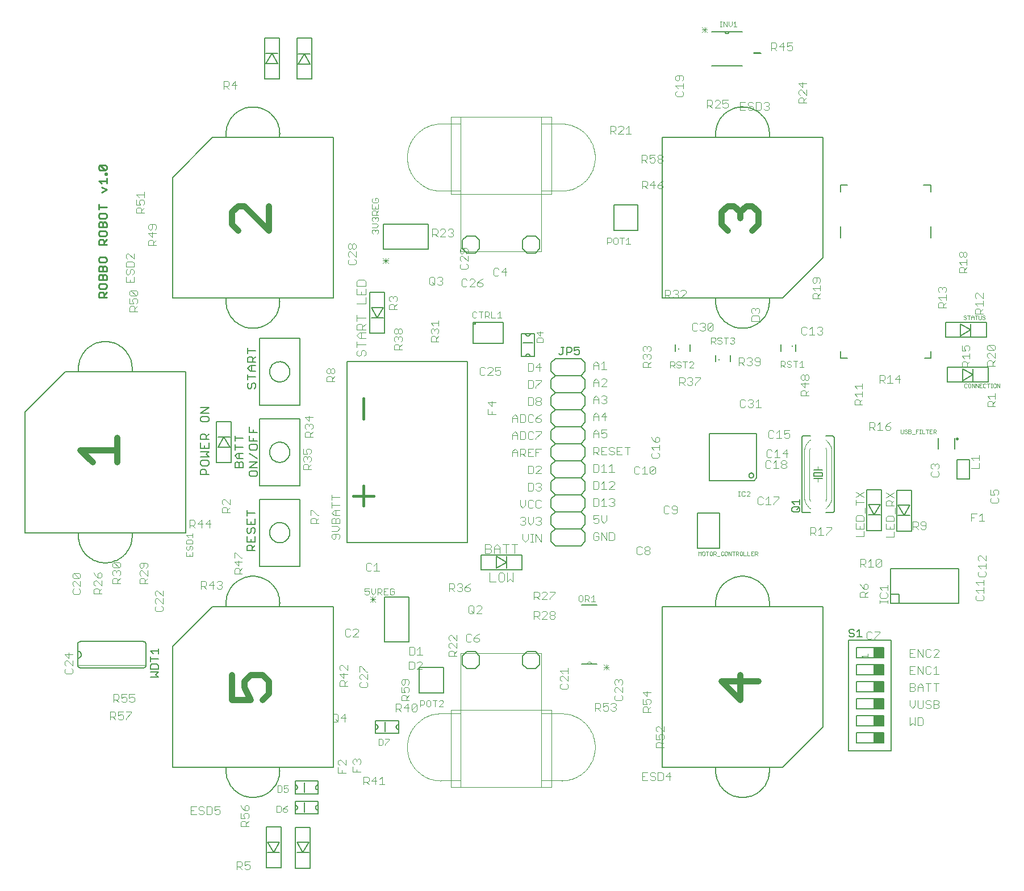
<source format=gto>
G75*
%MOIN*%
%OFA0B0*%
%FSLAX24Y24*%
%IPPOS*%
%LPD*%
%AMOC8*
5,1,8,0,0,1.08239X$1,22.5*
%
%ADD10C,0.0040*%
%ADD11C,0.0110*%
%ADD12C,0.0080*%
%ADD13C,0.0380*%
%ADD14C,0.0020*%
%ADD15C,0.0050*%
%ADD16C,0.0060*%
%ADD17C,0.0160*%
%ADD18C,0.0030*%
%ADD19C,0.0039*%
%ADD20C,0.0079*%
%ADD21R,0.0600X0.0600*%
%ADD22C,0.0000*%
%ADD23C,0.0118*%
D10*
X018260Y014792D02*
X018260Y015253D01*
X018490Y015253D01*
X018567Y015176D01*
X018567Y015022D01*
X018490Y014946D01*
X018260Y014946D01*
X018414Y014946D02*
X018567Y014792D01*
X018721Y014869D02*
X018797Y014792D01*
X018951Y014792D01*
X019027Y014869D01*
X019027Y015022D01*
X018951Y015099D01*
X018874Y015099D01*
X018721Y015022D01*
X018721Y015253D01*
X019027Y015253D01*
X019181Y015253D02*
X019488Y015253D01*
X019488Y015176D01*
X019181Y014869D01*
X019181Y014792D01*
X019145Y015818D02*
X018991Y015818D01*
X018914Y015895D01*
X018914Y016048D02*
X019068Y016125D01*
X019145Y016125D01*
X019221Y016048D01*
X019221Y015895D01*
X019145Y015818D01*
X019375Y015895D02*
X019451Y015818D01*
X019605Y015818D01*
X019682Y015895D01*
X019682Y016048D01*
X019605Y016125D01*
X019528Y016125D01*
X019375Y016048D01*
X019375Y016279D01*
X019682Y016279D01*
X019221Y016279D02*
X018914Y016279D01*
X018914Y016048D01*
X018761Y016048D02*
X018684Y015972D01*
X018454Y015972D01*
X018607Y015972D02*
X018761Y015818D01*
X018761Y016048D02*
X018761Y016202D01*
X018684Y016279D01*
X018454Y016279D01*
X018454Y015818D01*
X016060Y017560D02*
X016060Y017714D01*
X015983Y017790D01*
X016060Y017944D02*
X015753Y018251D01*
X015676Y018251D01*
X015600Y018174D01*
X015600Y018021D01*
X015676Y017944D01*
X015676Y017790D02*
X015600Y017714D01*
X015600Y017560D01*
X015676Y017483D01*
X015983Y017483D01*
X016060Y017560D01*
X016060Y017944D02*
X016060Y018251D01*
X015830Y018404D02*
X015830Y018711D01*
X016060Y018634D02*
X015600Y018634D01*
X015830Y018404D01*
X016124Y022172D02*
X016431Y022172D01*
X016508Y022248D01*
X016508Y022402D01*
X016431Y022479D01*
X016508Y022632D02*
X016201Y022939D01*
X016124Y022939D01*
X016048Y022862D01*
X016048Y022709D01*
X016124Y022632D01*
X016124Y022479D02*
X016048Y022402D01*
X016048Y022248D01*
X016124Y022172D01*
X016508Y022632D02*
X016508Y022939D01*
X016431Y023092D02*
X016124Y023399D01*
X016431Y023399D01*
X016508Y023323D01*
X016508Y023169D01*
X016431Y023092D01*
X016124Y023092D01*
X016048Y023169D01*
X016048Y023323D01*
X016124Y023399D01*
X017307Y023423D02*
X017384Y023270D01*
X017538Y023116D01*
X017538Y023347D01*
X017614Y023423D01*
X017691Y023423D01*
X017768Y023347D01*
X017768Y023193D01*
X017691Y023116D01*
X017538Y023116D01*
X017461Y022963D02*
X017768Y022656D01*
X017768Y022963D01*
X017461Y022963D02*
X017384Y022963D01*
X017307Y022886D01*
X017307Y022733D01*
X017384Y022656D01*
X017384Y022503D02*
X017538Y022503D01*
X017614Y022426D01*
X017614Y022196D01*
X017614Y022349D02*
X017768Y022503D01*
X017768Y022196D02*
X017307Y022196D01*
X017307Y022426D01*
X017384Y022503D01*
X018399Y022798D02*
X018399Y023028D01*
X018476Y023105D01*
X018629Y023105D01*
X018706Y023028D01*
X018706Y022798D01*
X018706Y022951D02*
X018859Y023105D01*
X018783Y023258D02*
X018859Y023335D01*
X018859Y023488D01*
X018783Y023565D01*
X018706Y023565D01*
X018629Y023488D01*
X018629Y023411D01*
X018629Y023488D02*
X018552Y023565D01*
X018476Y023565D01*
X018399Y023488D01*
X018399Y023335D01*
X018476Y023258D01*
X018476Y023718D02*
X018399Y023795D01*
X018399Y023949D01*
X018476Y024025D01*
X018783Y023718D01*
X018859Y023795D01*
X018859Y023949D01*
X018783Y024025D01*
X018476Y024025D01*
X018476Y023718D02*
X018783Y023718D01*
X019989Y023777D02*
X020066Y023700D01*
X020143Y023700D01*
X020219Y023777D01*
X020219Y024007D01*
X020066Y024007D02*
X019989Y023930D01*
X019989Y023777D01*
X020066Y024007D02*
X020373Y024007D01*
X020450Y023930D01*
X020450Y023777D01*
X020373Y023700D01*
X020450Y023547D02*
X020450Y023240D01*
X020143Y023547D01*
X020066Y023547D01*
X019989Y023470D01*
X019989Y023316D01*
X020066Y023240D01*
X020066Y023086D02*
X020219Y023086D01*
X020296Y023009D01*
X020296Y022779D01*
X020450Y022779D02*
X019989Y022779D01*
X019989Y023009D01*
X020066Y023086D01*
X020296Y022933D02*
X020450Y023086D01*
X020965Y022373D02*
X020888Y022297D01*
X020888Y022143D01*
X020965Y022066D01*
X020965Y021913D02*
X020888Y021836D01*
X020888Y021683D01*
X020965Y021606D01*
X020965Y021453D02*
X020888Y021376D01*
X020888Y021222D01*
X020965Y021146D01*
X021271Y021146D01*
X021348Y021222D01*
X021348Y021376D01*
X021271Y021453D01*
X021348Y021606D02*
X021041Y021913D01*
X020965Y021913D01*
X021348Y021913D02*
X021348Y021606D01*
X021348Y022066D02*
X021041Y022373D01*
X020965Y022373D01*
X021348Y022373D02*
X021348Y022066D01*
X023596Y022468D02*
X023596Y022928D01*
X023827Y022928D01*
X023903Y022851D01*
X023903Y022698D01*
X023827Y022621D01*
X023596Y022621D01*
X023750Y022621D02*
X023903Y022468D01*
X024057Y022698D02*
X024364Y022698D01*
X024517Y022851D02*
X024594Y022928D01*
X024747Y022928D01*
X024824Y022851D01*
X024824Y022775D01*
X024747Y022698D01*
X024824Y022621D01*
X024824Y022544D01*
X024747Y022468D01*
X024594Y022468D01*
X024517Y022544D01*
X024671Y022698D02*
X024747Y022698D01*
X024287Y022468D02*
X024287Y022928D01*
X024057Y022698D01*
X025551Y023371D02*
X025551Y023601D01*
X025628Y023678D01*
X025781Y023678D01*
X025858Y023601D01*
X025858Y023371D01*
X026011Y023371D02*
X025551Y023371D01*
X025858Y023525D02*
X026011Y023678D01*
X025781Y023832D02*
X025781Y024139D01*
X025934Y024292D02*
X025628Y024599D01*
X025551Y024599D01*
X025551Y024292D01*
X025551Y024062D02*
X025781Y023832D01*
X026011Y024062D02*
X025551Y024062D01*
X025934Y024292D02*
X026011Y024292D01*
X024078Y026050D02*
X024078Y026511D01*
X023848Y026281D01*
X024155Y026281D01*
X023694Y026281D02*
X023387Y026281D01*
X023618Y026511D01*
X023618Y026050D01*
X023234Y026050D02*
X023081Y026204D01*
X023157Y026204D02*
X022927Y026204D01*
X022927Y026050D02*
X022927Y026511D01*
X023157Y026511D01*
X023234Y026434D01*
X023234Y026281D01*
X023157Y026204D01*
X024833Y026952D02*
X024833Y027183D01*
X024910Y027259D01*
X025064Y027259D01*
X025140Y027183D01*
X025140Y026952D01*
X025140Y027106D02*
X025294Y027259D01*
X025294Y027413D02*
X024987Y027720D01*
X024910Y027720D01*
X024833Y027643D01*
X024833Y027489D01*
X024910Y027413D01*
X025294Y027413D02*
X025294Y027720D01*
X025294Y026952D02*
X024833Y026952D01*
X030041Y027091D02*
X030041Y026784D01*
X030118Y026631D02*
X030041Y026554D01*
X030041Y026324D01*
X030502Y026324D01*
X030348Y026324D02*
X030348Y026554D01*
X030272Y026631D01*
X030118Y026631D01*
X030348Y026477D02*
X030502Y026631D01*
X030502Y026784D02*
X030425Y026784D01*
X030118Y027091D01*
X030041Y027091D01*
X031274Y027238D02*
X031274Y027545D01*
X031274Y027238D01*
X031274Y027392D02*
X031735Y027392D01*
X031274Y027392D01*
X031274Y027699D02*
X031274Y028006D01*
X031274Y027699D01*
X031274Y027852D02*
X031735Y027852D01*
X031274Y027852D01*
X031428Y027085D02*
X031735Y027085D01*
X031428Y027085D01*
X031274Y026931D01*
X031428Y026778D01*
X031735Y026778D01*
X031428Y026778D01*
X031274Y026931D01*
X031428Y027085D01*
X031505Y027085D02*
X031505Y026778D01*
X031505Y027085D01*
X031581Y026625D02*
X031658Y026625D01*
X031735Y026548D01*
X031735Y026318D01*
X031274Y026318D01*
X031274Y026548D01*
X031351Y026625D01*
X031428Y026625D01*
X031505Y026548D01*
X031505Y026318D01*
X031505Y026548D01*
X031581Y026625D01*
X031658Y026625D01*
X031735Y026548D01*
X031735Y026318D01*
X031274Y026318D01*
X031274Y026548D01*
X031351Y026625D01*
X031428Y026625D01*
X031505Y026548D01*
X031581Y026625D01*
X031581Y026164D02*
X031274Y026164D01*
X031581Y026164D01*
X031735Y026011D01*
X031581Y025857D01*
X031274Y025857D01*
X031581Y025857D01*
X031735Y026011D01*
X031581Y026164D01*
X031505Y025704D02*
X031505Y025474D01*
X031428Y025397D01*
X031351Y025397D01*
X031274Y025474D01*
X031274Y025627D01*
X031351Y025704D01*
X031658Y025704D01*
X031735Y025627D01*
X031735Y025474D01*
X031658Y025397D01*
X031735Y025474D01*
X031735Y025627D01*
X031658Y025704D01*
X031351Y025704D01*
X031274Y025627D01*
X031274Y025474D01*
X031351Y025397D01*
X031428Y025397D01*
X031505Y025474D01*
X031505Y025704D01*
X033282Y023911D02*
X033282Y023604D01*
X033359Y023528D01*
X033512Y023528D01*
X033589Y023604D01*
X033742Y023528D02*
X034049Y023528D01*
X033896Y023528D02*
X033896Y023988D01*
X033742Y023834D01*
X033589Y023911D02*
X033512Y023988D01*
X033359Y023988D01*
X033282Y023911D01*
X033211Y022493D02*
X033211Y022313D01*
X033331Y022373D01*
X033391Y022373D01*
X033451Y022313D01*
X033451Y022193D01*
X033391Y022133D01*
X033271Y022133D01*
X033211Y022193D01*
X033211Y022493D02*
X033451Y022493D01*
X033579Y022493D02*
X033579Y022253D01*
X033699Y022133D01*
X033819Y022253D01*
X033819Y022493D01*
X033947Y022493D02*
X034128Y022493D01*
X034188Y022433D01*
X034188Y022313D01*
X034128Y022253D01*
X033947Y022253D01*
X033947Y022133D02*
X033947Y022493D01*
X034068Y022253D02*
X034188Y022133D01*
X034316Y022133D02*
X034556Y022133D01*
X034684Y022193D02*
X034744Y022133D01*
X034864Y022133D01*
X034924Y022193D01*
X034924Y022313D01*
X034804Y022313D01*
X034684Y022433D02*
X034684Y022193D01*
X034684Y022433D02*
X034744Y022493D01*
X034864Y022493D01*
X034924Y022433D01*
X034556Y022493D02*
X034316Y022493D01*
X034316Y022133D01*
X034316Y022313D02*
X034436Y022313D01*
X032739Y020126D02*
X032586Y020126D01*
X032509Y020049D01*
X032355Y020049D02*
X032279Y020126D01*
X032125Y020126D01*
X032049Y020049D01*
X032049Y019742D01*
X032125Y019665D01*
X032279Y019665D01*
X032355Y019742D01*
X032509Y019665D02*
X032816Y019972D01*
X032816Y020049D01*
X032739Y020126D01*
X032816Y019665D02*
X032509Y019665D01*
X032191Y017995D02*
X032191Y017688D01*
X031884Y017995D01*
X031807Y017995D01*
X031731Y017918D01*
X031731Y017765D01*
X031807Y017688D01*
X031961Y017535D02*
X031961Y017228D01*
X031731Y017458D01*
X032191Y017458D01*
X032191Y017074D02*
X032038Y016921D01*
X032038Y016997D02*
X032038Y016767D01*
X032191Y016767D02*
X031731Y016767D01*
X031731Y016997D01*
X031807Y017074D01*
X031961Y017074D01*
X032038Y016997D01*
X032904Y016911D02*
X032904Y016758D01*
X032981Y016681D01*
X033288Y016681D01*
X033365Y016758D01*
X033365Y016911D01*
X033288Y016988D01*
X033365Y017141D02*
X033058Y017448D01*
X032981Y017448D01*
X032904Y017372D01*
X032904Y017218D01*
X032981Y017141D01*
X032981Y016988D02*
X032904Y016911D01*
X033365Y017141D02*
X033365Y017448D01*
X033365Y017602D02*
X033288Y017602D01*
X032981Y017909D01*
X032904Y017909D01*
X032904Y017602D01*
X035345Y017070D02*
X035345Y016917D01*
X035422Y016840D01*
X035499Y016840D01*
X035575Y016917D01*
X035575Y017147D01*
X035422Y017147D02*
X035345Y017070D01*
X035422Y017147D02*
X035729Y017147D01*
X035806Y017070D01*
X035806Y016917D01*
X035729Y016840D01*
X035729Y016687D02*
X035806Y016610D01*
X035806Y016456D01*
X035729Y016380D01*
X035575Y016380D02*
X035499Y016533D01*
X035499Y016610D01*
X035575Y016687D01*
X035729Y016687D01*
X035575Y016380D02*
X035345Y016380D01*
X035345Y016687D01*
X035422Y016226D02*
X035575Y016226D01*
X035652Y016149D01*
X035652Y015919D01*
X035806Y015919D02*
X035345Y015919D01*
X035345Y016149D01*
X035422Y016226D01*
X035652Y016073D02*
X035806Y016226D01*
X035719Y015727D02*
X035489Y015497D01*
X035796Y015497D01*
X035950Y015344D02*
X036256Y015651D01*
X036256Y015344D01*
X036180Y015267D01*
X036026Y015267D01*
X035950Y015344D01*
X035950Y015651D01*
X036026Y015727D01*
X036180Y015727D01*
X036256Y015651D01*
X035719Y015727D02*
X035719Y015267D01*
X035336Y015267D02*
X035182Y015420D01*
X035259Y015420D02*
X035029Y015420D01*
X035029Y015267D02*
X035029Y015727D01*
X035259Y015727D01*
X035336Y015651D01*
X035336Y015497D01*
X035259Y015420D01*
X035808Y017743D02*
X036038Y017743D01*
X036115Y017820D01*
X036115Y018127D01*
X036038Y018203D01*
X035808Y018203D01*
X035808Y017743D01*
X036269Y017743D02*
X036576Y018050D01*
X036576Y018127D01*
X036499Y018203D01*
X036345Y018203D01*
X036269Y018127D01*
X036269Y017743D02*
X036576Y017743D01*
X036584Y018596D02*
X036277Y018596D01*
X036430Y018596D02*
X036430Y019056D01*
X036277Y018903D01*
X036124Y018979D02*
X036047Y019056D01*
X035817Y019056D01*
X035817Y018596D01*
X036047Y018596D01*
X036124Y018672D01*
X036124Y018979D01*
X038141Y019055D02*
X038217Y018978D01*
X038141Y019055D02*
X038141Y019208D01*
X038217Y019285D01*
X038294Y019285D01*
X038601Y018978D01*
X038601Y019285D01*
X038601Y019438D02*
X038294Y019745D01*
X038217Y019745D01*
X038141Y019669D01*
X038141Y019515D01*
X038217Y019438D01*
X038601Y019438D02*
X038601Y019745D01*
X039149Y019741D02*
X039149Y019434D01*
X039226Y019357D01*
X039379Y019357D01*
X039456Y019434D01*
X039610Y019434D02*
X039686Y019357D01*
X039840Y019357D01*
X039917Y019434D01*
X039917Y019511D01*
X039840Y019588D01*
X039610Y019588D01*
X039610Y019434D01*
X039610Y019588D02*
X039763Y019741D01*
X039917Y019818D01*
X039456Y019741D02*
X039379Y019818D01*
X039226Y019818D01*
X039149Y019741D01*
X038601Y018825D02*
X038447Y018671D01*
X038447Y018748D02*
X038447Y018518D01*
X038601Y018518D02*
X038141Y018518D01*
X038141Y018748D01*
X038217Y018825D01*
X038371Y018825D01*
X038447Y018748D01*
X039369Y021029D02*
X039293Y021105D01*
X039293Y021412D01*
X039369Y021489D01*
X039523Y021489D01*
X039599Y021412D01*
X039599Y021105D01*
X039523Y021029D01*
X039369Y021029D01*
X039446Y021182D02*
X039599Y021029D01*
X039753Y021029D02*
X040060Y021336D01*
X040060Y021412D01*
X039983Y021489D01*
X039830Y021489D01*
X039753Y021412D01*
X039753Y021029D02*
X040060Y021029D01*
X039307Y022322D02*
X039153Y022322D01*
X039077Y022399D01*
X039077Y022552D01*
X039307Y022552D01*
X039384Y022476D01*
X039384Y022399D01*
X039307Y022322D01*
X039077Y022552D02*
X039230Y022706D01*
X039384Y022782D01*
X038923Y022706D02*
X038923Y022629D01*
X038846Y022552D01*
X038923Y022476D01*
X038923Y022399D01*
X038846Y022322D01*
X038693Y022322D01*
X038616Y022399D01*
X038463Y022322D02*
X038309Y022476D01*
X038386Y022476D02*
X038156Y022476D01*
X038156Y022322D02*
X038156Y022782D01*
X038386Y022782D01*
X038463Y022706D01*
X038463Y022552D01*
X038386Y022476D01*
X038616Y022706D02*
X038693Y022782D01*
X038846Y022782D01*
X038923Y022706D01*
X038846Y022552D02*
X038770Y022552D01*
X040532Y022893D02*
X040879Y022893D01*
X041048Y022979D02*
X041134Y022893D01*
X041308Y022893D01*
X041395Y022979D01*
X041395Y023326D01*
X041308Y023413D01*
X041134Y023413D01*
X041048Y023326D01*
X041048Y022979D01*
X041563Y022893D02*
X041737Y023066D01*
X041910Y022893D01*
X041910Y023413D01*
X041563Y023413D02*
X041563Y022893D01*
X040532Y022893D02*
X040532Y023413D01*
X040534Y024573D02*
X040274Y024573D01*
X040274Y025093D01*
X040534Y025093D01*
X040621Y025006D01*
X040621Y024920D01*
X040534Y024833D01*
X040274Y024833D01*
X040534Y024833D02*
X040621Y024746D01*
X040621Y024659D01*
X040534Y024573D01*
X040790Y024573D02*
X040790Y024920D01*
X040963Y025093D01*
X041137Y024920D01*
X041137Y024573D01*
X041137Y024833D02*
X040790Y024833D01*
X041306Y025093D02*
X041652Y025093D01*
X041821Y025093D02*
X042168Y025093D01*
X041995Y025093D02*
X041995Y024573D01*
X041479Y024573D02*
X041479Y025093D01*
X042476Y025374D02*
X042476Y025681D01*
X042476Y025374D02*
X042630Y025221D01*
X042783Y025374D01*
X042783Y025681D01*
X042937Y025681D02*
X043090Y025681D01*
X043013Y025681D02*
X043013Y025221D01*
X042937Y025221D02*
X043090Y025221D01*
X043244Y025221D02*
X043244Y025681D01*
X043550Y025221D01*
X043550Y025681D01*
X043474Y026226D02*
X043320Y026226D01*
X043244Y026302D01*
X043090Y026379D02*
X043090Y026686D01*
X043244Y026609D02*
X043320Y026686D01*
X043474Y026686D01*
X043550Y026609D01*
X043550Y026533D01*
X043474Y026456D01*
X043550Y026379D01*
X043550Y026302D01*
X043474Y026226D01*
X043474Y026456D02*
X043397Y026456D01*
X043090Y026379D02*
X042937Y026226D01*
X042783Y026379D01*
X042783Y026686D01*
X042630Y026609D02*
X042630Y026533D01*
X042553Y026456D01*
X042630Y026379D01*
X042630Y026302D01*
X042553Y026226D01*
X042399Y026226D01*
X042323Y026302D01*
X042476Y026456D02*
X042553Y026456D01*
X042630Y026609D02*
X042553Y026686D01*
X042399Y026686D01*
X042323Y026609D01*
X042476Y027231D02*
X042630Y027384D01*
X042630Y027691D01*
X042783Y027614D02*
X042860Y027691D01*
X043013Y027691D01*
X043090Y027614D01*
X043244Y027614D02*
X043244Y027307D01*
X043320Y027231D01*
X043474Y027231D01*
X043550Y027307D01*
X043550Y027614D02*
X043474Y027691D01*
X043320Y027691D01*
X043244Y027614D01*
X043090Y027307D02*
X043013Y027231D01*
X042860Y027231D01*
X042783Y027307D01*
X042783Y027614D01*
X042323Y027691D02*
X042323Y027384D01*
X042476Y027231D01*
X042783Y028236D02*
X043013Y028236D01*
X043090Y028312D01*
X043090Y028619D01*
X043013Y028696D01*
X042783Y028696D01*
X042783Y028236D01*
X043244Y028312D02*
X043320Y028236D01*
X043474Y028236D01*
X043550Y028312D01*
X043550Y028389D01*
X043474Y028466D01*
X043397Y028466D01*
X043474Y028466D02*
X043550Y028543D01*
X043550Y028619D01*
X043474Y028696D01*
X043320Y028696D01*
X043244Y028619D01*
X043244Y029241D02*
X043550Y029548D01*
X043550Y029624D01*
X043474Y029701D01*
X043320Y029701D01*
X043244Y029624D01*
X043090Y029624D02*
X043013Y029701D01*
X042783Y029701D01*
X042783Y029241D01*
X043013Y029241D01*
X043090Y029317D01*
X043090Y029624D01*
X043244Y029241D02*
X043550Y029241D01*
X043244Y030246D02*
X043244Y030706D01*
X043550Y030706D01*
X043397Y030476D02*
X043244Y030476D01*
X043090Y030706D02*
X042783Y030706D01*
X042783Y030246D01*
X043090Y030246D01*
X042937Y030476D02*
X042783Y030476D01*
X042630Y030476D02*
X042553Y030399D01*
X042323Y030399D01*
X042476Y030399D02*
X042630Y030246D01*
X042630Y030476D02*
X042630Y030629D01*
X042553Y030706D01*
X042323Y030706D01*
X042323Y030246D01*
X042169Y030246D02*
X042169Y030553D01*
X042016Y030706D01*
X041862Y030553D01*
X041862Y030246D01*
X041862Y030476D02*
X042169Y030476D01*
X042169Y031251D02*
X042169Y031558D01*
X042016Y031711D01*
X041862Y031558D01*
X041862Y031251D01*
X041862Y031481D02*
X042169Y031481D01*
X042323Y031711D02*
X042553Y031711D01*
X042630Y031634D01*
X042630Y031327D01*
X042553Y031251D01*
X042323Y031251D01*
X042323Y031711D01*
X042783Y031634D02*
X042783Y031327D01*
X042860Y031251D01*
X043013Y031251D01*
X043090Y031327D01*
X043244Y031327D02*
X043244Y031251D01*
X043244Y031327D02*
X043550Y031634D01*
X043550Y031711D01*
X043244Y031711D01*
X043090Y031634D02*
X043013Y031711D01*
X042860Y031711D01*
X042783Y031634D01*
X042860Y032256D02*
X043013Y032256D01*
X043090Y032332D01*
X043244Y032332D02*
X043320Y032256D01*
X043474Y032256D01*
X043550Y032332D01*
X043550Y032409D01*
X043474Y032486D01*
X043244Y032486D01*
X043244Y032332D01*
X043244Y032486D02*
X043397Y032639D01*
X043550Y032716D01*
X043090Y032639D02*
X043013Y032716D01*
X042860Y032716D01*
X042783Y032639D01*
X042783Y032332D01*
X042860Y032256D01*
X042630Y032332D02*
X042630Y032639D01*
X042553Y032716D01*
X042323Y032716D01*
X042323Y032256D01*
X042553Y032256D01*
X042630Y032332D01*
X042169Y032256D02*
X042169Y032563D01*
X042016Y032716D01*
X041862Y032563D01*
X041862Y032256D01*
X041862Y032486D02*
X042169Y032486D01*
X042783Y033261D02*
X043013Y033261D01*
X043090Y033337D01*
X043090Y033644D01*
X043013Y033721D01*
X042783Y033721D01*
X042783Y033261D01*
X043244Y033337D02*
X043244Y033414D01*
X043320Y033491D01*
X043474Y033491D01*
X043550Y033414D01*
X043550Y033337D01*
X043474Y033261D01*
X043320Y033261D01*
X043244Y033337D01*
X043320Y033491D02*
X043244Y033568D01*
X043244Y033644D01*
X043320Y033721D01*
X043474Y033721D01*
X043550Y033644D01*
X043550Y033568D01*
X043474Y033491D01*
X043244Y034266D02*
X043244Y034342D01*
X043550Y034649D01*
X043550Y034726D01*
X043244Y034726D01*
X043090Y034649D02*
X043013Y034726D01*
X042783Y034726D01*
X042783Y034266D01*
X043013Y034266D01*
X043090Y034342D01*
X043090Y034649D01*
X043013Y035271D02*
X043090Y035347D01*
X043090Y035654D01*
X043013Y035731D01*
X042783Y035731D01*
X042783Y035271D01*
X043013Y035271D01*
X043244Y035501D02*
X043550Y035501D01*
X043474Y035731D02*
X043244Y035501D01*
X043474Y035271D02*
X043474Y035731D01*
X041176Y035487D02*
X040870Y035487D01*
X040870Y035257D01*
X041023Y035334D01*
X041100Y035334D01*
X041176Y035257D01*
X041176Y035104D01*
X041100Y035027D01*
X040946Y035027D01*
X040870Y035104D01*
X040716Y035027D02*
X040409Y035027D01*
X040716Y035334D01*
X040716Y035410D01*
X040639Y035487D01*
X040486Y035487D01*
X040409Y035410D01*
X040256Y035410D02*
X040179Y035487D01*
X040025Y035487D01*
X039949Y035410D01*
X039949Y035104D01*
X040025Y035027D01*
X040179Y035027D01*
X040256Y035104D01*
X040654Y033499D02*
X040654Y033192D01*
X040424Y033423D01*
X040884Y033423D01*
X040654Y032885D02*
X040654Y032732D01*
X040424Y032732D02*
X040424Y033039D01*
X040424Y032732D02*
X040884Y032732D01*
X037539Y037005D02*
X037078Y037005D01*
X037078Y037235D01*
X037155Y037312D01*
X037309Y037312D01*
X037385Y037235D01*
X037385Y037005D01*
X037385Y037159D02*
X037539Y037312D01*
X037462Y037466D02*
X037539Y037542D01*
X037539Y037696D01*
X037462Y037772D01*
X037385Y037772D01*
X037309Y037696D01*
X037309Y037619D01*
X037309Y037696D02*
X037232Y037772D01*
X037155Y037772D01*
X037078Y037696D01*
X037078Y037542D01*
X037155Y037466D01*
X037232Y037926D02*
X037078Y038079D01*
X037539Y038079D01*
X037539Y037926D02*
X037539Y038233D01*
X035391Y037671D02*
X035391Y037518D01*
X035314Y037441D01*
X035237Y037441D01*
X035161Y037518D01*
X035161Y037671D01*
X035237Y037748D01*
X035314Y037748D01*
X035391Y037671D01*
X035161Y037671D02*
X035084Y037748D01*
X035007Y037748D01*
X034930Y037671D01*
X034930Y037518D01*
X035007Y037441D01*
X035084Y037441D01*
X035161Y037518D01*
X035237Y037288D02*
X035314Y037288D01*
X035391Y037211D01*
X035391Y037058D01*
X035314Y036981D01*
X035391Y036827D02*
X035237Y036674D01*
X035237Y036751D02*
X035237Y036520D01*
X035391Y036520D02*
X034930Y036520D01*
X034930Y036751D01*
X035007Y036827D01*
X035161Y036827D01*
X035237Y036751D01*
X035007Y036981D02*
X034930Y037058D01*
X034930Y037211D01*
X035007Y037288D01*
X035084Y037288D01*
X035161Y037211D01*
X035237Y037288D01*
X035161Y037211D02*
X035161Y037134D01*
X035097Y038895D02*
X034636Y038895D01*
X034636Y039125D01*
X034713Y039202D01*
X034866Y039202D01*
X034943Y039125D01*
X034943Y038895D01*
X034943Y039049D02*
X035097Y039202D01*
X035020Y039356D02*
X035097Y039432D01*
X035097Y039586D01*
X035020Y039663D01*
X034943Y039663D01*
X034866Y039586D01*
X034866Y039509D01*
X034866Y039586D02*
X034790Y039663D01*
X034713Y039663D01*
X034636Y039586D01*
X034636Y039432D01*
X034713Y039356D01*
X033251Y039238D02*
X033251Y039585D01*
X033251Y039753D02*
X033251Y040100D01*
X033251Y040269D02*
X033251Y040529D01*
X033164Y040616D01*
X032817Y040616D01*
X032730Y040529D01*
X032730Y040269D01*
X033251Y040269D01*
X032990Y039927D02*
X032990Y039753D01*
X032730Y039753D02*
X033251Y039753D01*
X033251Y039238D02*
X032730Y039238D01*
X032730Y039753D02*
X032730Y040100D01*
X032730Y038553D02*
X032730Y038206D01*
X032730Y038380D02*
X033251Y038380D01*
X033251Y038038D02*
X033077Y037864D01*
X033077Y037951D02*
X033077Y037691D01*
X033251Y037691D02*
X032730Y037691D01*
X032730Y037951D01*
X032817Y038038D01*
X032990Y038038D01*
X033077Y037951D01*
X032990Y037522D02*
X032990Y037175D01*
X032904Y037175D02*
X032730Y037349D01*
X032904Y037522D01*
X033251Y037522D01*
X033251Y037175D02*
X032904Y037175D01*
X032730Y037006D02*
X032730Y036660D01*
X032730Y036833D02*
X033251Y036833D01*
X033164Y036491D02*
X033251Y036404D01*
X033251Y036231D01*
X033164Y036144D01*
X032990Y036231D02*
X032990Y036404D01*
X033077Y036491D01*
X033164Y036491D01*
X032990Y036231D02*
X032904Y036144D01*
X032817Y036144D01*
X032730Y036231D01*
X032730Y036404D01*
X032817Y036491D01*
X031437Y035339D02*
X031437Y035186D01*
X031360Y035109D01*
X031284Y035109D01*
X031207Y035186D01*
X031207Y035339D01*
X031284Y035416D01*
X031360Y035416D01*
X031437Y035339D01*
X031207Y035339D02*
X031130Y035416D01*
X031054Y035416D01*
X030977Y035339D01*
X030977Y035186D01*
X031054Y035109D01*
X031130Y035109D01*
X031207Y035186D01*
X031207Y034956D02*
X031284Y034879D01*
X031284Y034649D01*
X031437Y034649D02*
X030977Y034649D01*
X030977Y034879D01*
X031054Y034956D01*
X031207Y034956D01*
X031284Y034802D02*
X031437Y034956D01*
X030154Y032547D02*
X029693Y032547D01*
X029924Y032317D01*
X029924Y032624D01*
X030000Y032163D02*
X030077Y032163D01*
X030154Y032087D01*
X030154Y031933D01*
X030077Y031856D01*
X030154Y031703D02*
X030000Y031550D01*
X030000Y031626D02*
X030000Y031396D01*
X030154Y031396D02*
X029693Y031396D01*
X029693Y031626D01*
X029770Y031703D01*
X029924Y031703D01*
X030000Y031626D01*
X029770Y031856D02*
X029693Y031933D01*
X029693Y032087D01*
X029770Y032163D01*
X029847Y032163D01*
X029924Y032087D01*
X030000Y032163D01*
X029924Y032087D02*
X029924Y032010D01*
X029977Y030705D02*
X030054Y030629D01*
X030054Y030475D01*
X029977Y030398D01*
X029977Y030245D02*
X030054Y030168D01*
X030054Y030015D01*
X029977Y029938D01*
X030054Y029784D02*
X029900Y029631D01*
X029900Y029708D02*
X029900Y029478D01*
X030054Y029478D02*
X029593Y029478D01*
X029593Y029708D01*
X029670Y029784D01*
X029824Y029784D01*
X029900Y029708D01*
X029670Y029938D02*
X029593Y030015D01*
X029593Y030168D01*
X029670Y030245D01*
X029747Y030245D01*
X029824Y030168D01*
X029900Y030245D01*
X029977Y030245D01*
X029824Y030168D02*
X029824Y030091D01*
X029824Y030398D02*
X029747Y030552D01*
X029747Y030629D01*
X029824Y030705D01*
X029977Y030705D01*
X029824Y030398D02*
X029593Y030398D01*
X029593Y030705D01*
X019857Y038769D02*
X019396Y038769D01*
X019396Y038999D01*
X019473Y039076D01*
X019627Y039076D01*
X019703Y038999D01*
X019703Y038769D01*
X019703Y038922D02*
X019857Y039076D01*
X019780Y039229D02*
X019857Y039306D01*
X019857Y039459D01*
X019780Y039536D01*
X019627Y039536D01*
X019550Y039459D01*
X019550Y039383D01*
X019627Y039229D01*
X019396Y039229D01*
X019396Y039536D01*
X019473Y039690D02*
X019396Y039766D01*
X019396Y039920D01*
X019473Y039997D01*
X019780Y039690D01*
X019857Y039766D01*
X019857Y039920D01*
X019780Y039997D01*
X019473Y039997D01*
X019473Y039690D02*
X019780Y039690D01*
X019646Y040474D02*
X019186Y040474D01*
X019186Y040781D01*
X019263Y040934D02*
X019186Y041011D01*
X019186Y041164D01*
X019263Y041241D01*
X019416Y041164D02*
X019493Y041241D01*
X019569Y041241D01*
X019646Y041164D01*
X019646Y041011D01*
X019569Y040934D01*
X019416Y041011D02*
X019416Y041164D01*
X019416Y041011D02*
X019339Y040934D01*
X019263Y040934D01*
X019416Y040627D02*
X019416Y040474D01*
X019646Y040474D02*
X019646Y040781D01*
X019646Y041394D02*
X019186Y041394D01*
X019186Y041625D01*
X019263Y041701D01*
X019569Y041701D01*
X019646Y041625D01*
X019646Y041394D01*
X019646Y041855D02*
X019339Y042162D01*
X019263Y042162D01*
X019186Y042085D01*
X019186Y041932D01*
X019263Y041855D01*
X019646Y041855D02*
X019646Y042162D01*
X020503Y042651D02*
X020503Y042882D01*
X020579Y042958D01*
X020733Y042958D01*
X020810Y042882D01*
X020810Y042651D01*
X020963Y042651D02*
X020503Y042651D01*
X020810Y042805D02*
X020963Y042958D01*
X020733Y043112D02*
X020733Y043419D01*
X020656Y043572D02*
X020733Y043649D01*
X020733Y043879D01*
X020886Y043879D02*
X020579Y043879D01*
X020503Y043802D01*
X020503Y043649D01*
X020579Y043572D01*
X020656Y043572D01*
X020886Y043572D02*
X020963Y043649D01*
X020963Y043802D01*
X020886Y043879D01*
X020963Y043342D02*
X020503Y043342D01*
X020733Y043112D01*
X020261Y044548D02*
X019800Y044548D01*
X019800Y044778D01*
X019877Y044855D01*
X020030Y044855D01*
X020107Y044778D01*
X020107Y044548D01*
X020107Y044701D02*
X020261Y044855D01*
X020184Y045008D02*
X020261Y045085D01*
X020261Y045238D01*
X020184Y045315D01*
X020030Y045315D01*
X019954Y045238D01*
X019954Y045162D01*
X020030Y045008D01*
X019800Y045008D01*
X019800Y045315D01*
X019954Y045469D02*
X019800Y045622D01*
X020261Y045622D01*
X020261Y045469D02*
X020261Y045776D01*
X024919Y051824D02*
X024919Y052285D01*
X025149Y052285D01*
X025226Y052208D01*
X025226Y052055D01*
X025149Y051978D01*
X024919Y051978D01*
X025072Y051978D02*
X025226Y051824D01*
X025379Y052055D02*
X025686Y052055D01*
X025610Y052285D02*
X025379Y052055D01*
X025610Y052285D02*
X025610Y051824D01*
X033642Y045351D02*
X033642Y045231D01*
X033702Y045171D01*
X033942Y045171D01*
X034003Y045231D01*
X034003Y045351D01*
X033942Y045411D01*
X033822Y045411D01*
X033822Y045291D01*
X033702Y045411D02*
X033642Y045351D01*
X033642Y045043D02*
X033642Y044803D01*
X034003Y044803D01*
X034003Y045043D01*
X033822Y044923D02*
X033822Y044803D01*
X033822Y044675D02*
X033882Y044615D01*
X033882Y044435D01*
X033882Y044555D02*
X034003Y044675D01*
X033822Y044675D02*
X033702Y044675D01*
X033642Y044615D01*
X033642Y044435D01*
X034003Y044435D01*
X033942Y044307D02*
X034003Y044246D01*
X034003Y044126D01*
X033942Y044066D01*
X033882Y043938D02*
X033642Y043938D01*
X033702Y044066D02*
X033642Y044126D01*
X033642Y044246D01*
X033702Y044307D01*
X033762Y044307D01*
X033822Y044246D01*
X033882Y044307D01*
X033942Y044307D01*
X033822Y044246D02*
X033822Y044186D01*
X033882Y043938D02*
X034003Y043818D01*
X033882Y043698D01*
X033642Y043698D01*
X033702Y043570D02*
X033762Y043570D01*
X033822Y043510D01*
X033882Y043570D01*
X033942Y043570D01*
X034003Y043510D01*
X034003Y043390D01*
X033942Y043330D01*
X033822Y043450D02*
X033822Y043510D01*
X033702Y043570D02*
X033642Y043510D01*
X033642Y043390D01*
X033702Y043330D01*
X032681Y042664D02*
X032681Y042510D01*
X032604Y042434D01*
X032528Y042434D01*
X032451Y042510D01*
X032451Y042664D01*
X032528Y042741D01*
X032604Y042741D01*
X032681Y042664D01*
X032451Y042664D02*
X032374Y042741D01*
X032298Y042741D01*
X032221Y042664D01*
X032221Y042510D01*
X032298Y042434D01*
X032374Y042434D01*
X032451Y042510D01*
X032374Y042280D02*
X032298Y042280D01*
X032221Y042203D01*
X032221Y042050D01*
X032298Y041973D01*
X032298Y041820D02*
X032221Y041743D01*
X032221Y041590D01*
X032298Y041513D01*
X032604Y041513D01*
X032681Y041590D01*
X032681Y041743D01*
X032604Y041820D01*
X032681Y041973D02*
X032374Y042280D01*
X032681Y042280D02*
X032681Y041973D01*
X037001Y040711D02*
X037078Y040788D01*
X037231Y040788D01*
X037308Y040711D01*
X037308Y040404D01*
X037231Y040327D01*
X037078Y040327D01*
X037001Y040404D01*
X037001Y040711D01*
X037155Y040481D02*
X037308Y040327D01*
X037462Y040404D02*
X037538Y040327D01*
X037692Y040327D01*
X037769Y040404D01*
X037769Y040481D01*
X037692Y040558D01*
X037615Y040558D01*
X037692Y040558D02*
X037769Y040634D01*
X037769Y040711D01*
X037692Y040788D01*
X037538Y040788D01*
X037462Y040711D01*
X038886Y040607D02*
X038886Y040300D01*
X038962Y040224D01*
X039116Y040224D01*
X039193Y040300D01*
X039346Y040224D02*
X039653Y040531D01*
X039653Y040607D01*
X039576Y040684D01*
X039423Y040684D01*
X039346Y040607D01*
X039193Y040607D02*
X039116Y040684D01*
X038962Y040684D01*
X038886Y040607D01*
X039346Y040224D02*
X039653Y040224D01*
X039807Y040300D02*
X039883Y040224D01*
X040037Y040224D01*
X040113Y040300D01*
X040113Y040377D01*
X040037Y040454D01*
X039807Y040454D01*
X039807Y040300D01*
X039807Y040454D02*
X039960Y040607D01*
X040113Y040684D01*
X040763Y040930D02*
X040840Y040854D01*
X040994Y040854D01*
X041070Y040930D01*
X041224Y041084D02*
X041531Y041084D01*
X041454Y041314D02*
X041224Y041084D01*
X041070Y041237D02*
X040994Y041314D01*
X040840Y041314D01*
X040763Y041237D01*
X040763Y040930D01*
X041454Y040854D02*
X041454Y041314D01*
X039247Y041327D02*
X039247Y041481D01*
X039171Y041557D01*
X039247Y041711D02*
X038940Y042018D01*
X038864Y042018D01*
X038787Y041941D01*
X038787Y041788D01*
X038864Y041711D01*
X038864Y041557D02*
X038787Y041481D01*
X038787Y041327D01*
X038864Y041250D01*
X039171Y041250D01*
X039247Y041327D01*
X039247Y041711D02*
X039247Y042018D01*
X039171Y042171D02*
X039247Y042248D01*
X039247Y042401D01*
X039171Y042478D01*
X038864Y042478D01*
X038787Y042401D01*
X038787Y042248D01*
X038864Y042171D01*
X038940Y042171D01*
X039017Y042248D01*
X039017Y042478D01*
X038324Y043149D02*
X038170Y043149D01*
X038094Y043226D01*
X037940Y043149D02*
X037633Y043149D01*
X037940Y043456D01*
X037940Y043532D01*
X037863Y043609D01*
X037710Y043609D01*
X037633Y043532D01*
X037480Y043532D02*
X037403Y043609D01*
X037173Y043609D01*
X037173Y043149D01*
X037173Y043302D02*
X037403Y043302D01*
X037480Y043379D01*
X037480Y043532D01*
X037326Y043302D02*
X037480Y043149D01*
X038094Y043532D02*
X038170Y043609D01*
X038324Y043609D01*
X038400Y043532D01*
X038400Y043456D01*
X038324Y043379D01*
X038400Y043302D01*
X038400Y043226D01*
X038324Y043149D01*
X038324Y043379D02*
X038247Y043379D01*
X046617Y035675D02*
X046771Y035829D01*
X046924Y035675D01*
X046924Y035368D01*
X047078Y035368D02*
X047385Y035368D01*
X047231Y035368D02*
X047231Y035829D01*
X047078Y035675D01*
X046924Y035598D02*
X046617Y035598D01*
X046617Y035675D02*
X046617Y035368D01*
X046771Y034824D02*
X046617Y034670D01*
X046617Y034363D01*
X046617Y034593D02*
X046924Y034593D01*
X046924Y034670D02*
X046924Y034363D01*
X047078Y034363D02*
X047385Y034670D01*
X047385Y034747D01*
X047308Y034824D01*
X047154Y034824D01*
X047078Y034747D01*
X046924Y034670D02*
X046771Y034824D01*
X047078Y034363D02*
X047385Y034363D01*
X047308Y033819D02*
X047385Y033742D01*
X047385Y033665D01*
X047308Y033588D01*
X047385Y033512D01*
X047385Y033435D01*
X047308Y033358D01*
X047154Y033358D01*
X047078Y033435D01*
X046924Y033358D02*
X046924Y033665D01*
X046771Y033819D01*
X046617Y033665D01*
X046617Y033358D01*
X046617Y033588D02*
X046924Y033588D01*
X047078Y033742D02*
X047154Y033819D01*
X047308Y033819D01*
X047308Y033588D02*
X047231Y033588D01*
X047308Y032814D02*
X047078Y032583D01*
X047385Y032583D01*
X047308Y032353D02*
X047308Y032814D01*
X046924Y032660D02*
X046924Y032353D01*
X046924Y032583D02*
X046617Y032583D01*
X046617Y032660D02*
X046771Y032814D01*
X046924Y032660D01*
X046617Y032660D02*
X046617Y032353D01*
X046771Y031809D02*
X046617Y031655D01*
X046617Y031348D01*
X046617Y031578D02*
X046924Y031578D01*
X046924Y031655D02*
X046924Y031348D01*
X047078Y031425D02*
X047154Y031348D01*
X047308Y031348D01*
X047385Y031425D01*
X047385Y031578D01*
X047308Y031655D01*
X047231Y031655D01*
X047078Y031578D01*
X047078Y031809D01*
X047385Y031809D01*
X046924Y031655D02*
X046771Y031809D01*
X046848Y030804D02*
X046617Y030804D01*
X046617Y030343D01*
X046617Y030497D02*
X046848Y030497D01*
X046924Y030573D01*
X046924Y030727D01*
X046848Y030804D01*
X047078Y030804D02*
X047078Y030343D01*
X047385Y030343D01*
X047538Y030420D02*
X047615Y030343D01*
X047768Y030343D01*
X047845Y030420D01*
X047845Y030497D01*
X047768Y030573D01*
X047615Y030573D01*
X047538Y030650D01*
X047538Y030727D01*
X047615Y030804D01*
X047768Y030804D01*
X047845Y030727D01*
X047999Y030804D02*
X047999Y030343D01*
X048305Y030343D01*
X048152Y030573D02*
X047999Y030573D01*
X047999Y030804D02*
X048305Y030804D01*
X048459Y030804D02*
X048766Y030804D01*
X048612Y030804D02*
X048612Y030343D01*
X049096Y029673D02*
X049019Y029596D01*
X049019Y029289D01*
X049096Y029213D01*
X049249Y029213D01*
X049326Y029289D01*
X049479Y029213D02*
X049786Y029213D01*
X049633Y029213D02*
X049633Y029673D01*
X049479Y029520D01*
X049326Y029596D02*
X049249Y029673D01*
X049096Y029673D01*
X049940Y029596D02*
X050016Y029673D01*
X050170Y029673D01*
X050247Y029596D01*
X049940Y029289D01*
X050016Y029213D01*
X050170Y029213D01*
X050247Y029289D01*
X050247Y029596D01*
X049940Y029596D02*
X049940Y029289D01*
X050100Y030165D02*
X050023Y030242D01*
X050023Y030396D01*
X050100Y030472D01*
X050177Y030626D02*
X050023Y030779D01*
X050484Y030779D01*
X050484Y030626D02*
X050484Y030933D01*
X050407Y031086D02*
X050484Y031163D01*
X050484Y031316D01*
X050407Y031393D01*
X050330Y031393D01*
X050253Y031316D01*
X050253Y031086D01*
X050407Y031086D01*
X050253Y031086D02*
X050100Y031240D01*
X050023Y031393D01*
X050407Y030472D02*
X050484Y030396D01*
X050484Y030242D01*
X050407Y030165D01*
X050100Y030165D01*
X047845Y029338D02*
X047538Y029338D01*
X047385Y029338D02*
X047078Y029338D01*
X047231Y029338D02*
X047231Y029799D01*
X047078Y029645D01*
X046924Y029722D02*
X046848Y029799D01*
X046617Y029799D01*
X046617Y029338D01*
X046848Y029338D01*
X046924Y029415D01*
X046924Y029722D01*
X047538Y029645D02*
X047692Y029799D01*
X047692Y029338D01*
X047768Y028794D02*
X047615Y028794D01*
X047538Y028717D01*
X047768Y028794D02*
X047845Y028717D01*
X047845Y028640D01*
X047538Y028333D01*
X047845Y028333D01*
X047385Y028333D02*
X047078Y028333D01*
X047231Y028333D02*
X047231Y028794D01*
X047078Y028640D01*
X046924Y028717D02*
X046848Y028794D01*
X046617Y028794D01*
X046617Y028333D01*
X046848Y028333D01*
X046924Y028410D01*
X046924Y028717D01*
X046848Y027789D02*
X046617Y027789D01*
X046617Y027328D01*
X046848Y027328D01*
X046924Y027405D01*
X046924Y027712D01*
X046848Y027789D01*
X047078Y027635D02*
X047231Y027789D01*
X047231Y027328D01*
X047078Y027328D02*
X047385Y027328D01*
X047538Y027405D02*
X047615Y027328D01*
X047768Y027328D01*
X047845Y027405D01*
X047845Y027482D01*
X047768Y027558D01*
X047692Y027558D01*
X047768Y027558D02*
X047845Y027635D01*
X047845Y027712D01*
X047768Y027789D01*
X047615Y027789D01*
X047538Y027712D01*
X047385Y026784D02*
X047385Y026477D01*
X047231Y026323D01*
X047078Y026477D01*
X047078Y026784D01*
X046924Y026784D02*
X046617Y026784D01*
X046617Y026553D01*
X046771Y026630D01*
X046848Y026630D01*
X046924Y026553D01*
X046924Y026400D01*
X046848Y026323D01*
X046694Y026323D01*
X046617Y026400D01*
X046694Y025779D02*
X046617Y025702D01*
X046617Y025395D01*
X046694Y025318D01*
X046848Y025318D01*
X046924Y025395D01*
X046924Y025548D01*
X046771Y025548D01*
X046924Y025702D02*
X046848Y025779D01*
X046694Y025779D01*
X047078Y025779D02*
X047385Y025318D01*
X047385Y025779D01*
X047538Y025779D02*
X047768Y025779D01*
X047845Y025702D01*
X047845Y025395D01*
X047768Y025318D01*
X047538Y025318D01*
X047538Y025779D01*
X047078Y025779D02*
X047078Y025318D01*
X049176Y024875D02*
X049176Y024568D01*
X049253Y024491D01*
X049407Y024491D01*
X049483Y024568D01*
X049637Y024568D02*
X049637Y024645D01*
X049714Y024722D01*
X049867Y024722D01*
X049944Y024645D01*
X049944Y024568D01*
X049867Y024491D01*
X049714Y024491D01*
X049637Y024568D01*
X049714Y024722D02*
X049637Y024798D01*
X049637Y024875D01*
X049714Y024952D01*
X049867Y024952D01*
X049944Y024875D01*
X049944Y024798D01*
X049867Y024722D01*
X049483Y024875D02*
X049407Y024952D01*
X049253Y024952D01*
X049176Y024875D01*
X050828Y026891D02*
X050981Y026891D01*
X051058Y026968D01*
X051212Y026968D02*
X051288Y026891D01*
X051442Y026891D01*
X051519Y026968D01*
X051519Y027275D01*
X051442Y027352D01*
X051288Y027352D01*
X051212Y027275D01*
X051212Y027198D01*
X051288Y027122D01*
X051519Y027122D01*
X051058Y027275D02*
X050981Y027352D01*
X050828Y027352D01*
X050751Y027275D01*
X050751Y026968D01*
X050828Y026891D01*
X046924Y030343D02*
X046771Y030497D01*
X047078Y030573D02*
X047231Y030573D01*
X047385Y030804D02*
X047078Y030804D01*
X051674Y034433D02*
X051674Y034893D01*
X051905Y034893D01*
X051981Y034817D01*
X051981Y034663D01*
X051905Y034587D01*
X051674Y034587D01*
X051828Y034587D02*
X051981Y034433D01*
X052135Y034510D02*
X052211Y034433D01*
X052365Y034433D01*
X052442Y034510D01*
X052442Y034587D01*
X052365Y034663D01*
X052288Y034663D01*
X052365Y034663D02*
X052442Y034740D01*
X052442Y034817D01*
X052365Y034893D01*
X052211Y034893D01*
X052135Y034817D01*
X052595Y034893D02*
X052902Y034893D01*
X052902Y034817D01*
X052595Y034510D01*
X052595Y034433D01*
X055224Y033521D02*
X055224Y033214D01*
X055301Y033137D01*
X055455Y033137D01*
X055531Y033214D01*
X055685Y033214D02*
X055761Y033137D01*
X055915Y033137D01*
X055992Y033214D01*
X055992Y033290D01*
X055915Y033367D01*
X055838Y033367D01*
X055915Y033367D02*
X055992Y033444D01*
X055992Y033521D01*
X055915Y033597D01*
X055761Y033597D01*
X055685Y033521D01*
X055531Y033521D02*
X055455Y033597D01*
X055301Y033597D01*
X055224Y033521D01*
X056145Y033444D02*
X056299Y033597D01*
X056299Y033137D01*
X056452Y033137D02*
X056145Y033137D01*
X056976Y031781D02*
X056899Y031704D01*
X056899Y031397D01*
X056976Y031320D01*
X057129Y031320D01*
X057206Y031397D01*
X057360Y031320D02*
X057666Y031320D01*
X057513Y031320D02*
X057513Y031781D01*
X057360Y031627D01*
X057206Y031704D02*
X057129Y031781D01*
X056976Y031781D01*
X057820Y031781D02*
X057820Y031551D01*
X057973Y031627D01*
X058050Y031627D01*
X058127Y031551D01*
X058127Y031397D01*
X058050Y031320D01*
X057897Y031320D01*
X057820Y031397D01*
X057820Y031781D02*
X058127Y031781D01*
X057945Y030650D02*
X057714Y030420D01*
X058021Y030420D01*
X057945Y030190D02*
X057945Y030650D01*
X057408Y030650D02*
X057408Y030190D01*
X057561Y030190D02*
X057254Y030190D01*
X057101Y030266D02*
X057024Y030190D01*
X056870Y030190D01*
X056794Y030266D01*
X056794Y030573D01*
X056870Y030650D01*
X057024Y030650D01*
X057101Y030573D01*
X057254Y030497D02*
X057408Y030650D01*
X057333Y030008D02*
X057333Y029547D01*
X057486Y029547D02*
X057179Y029547D01*
X057026Y029624D02*
X056949Y029547D01*
X056796Y029547D01*
X056719Y029624D01*
X056719Y029931D01*
X056796Y030008D01*
X056949Y030008D01*
X057026Y029931D01*
X057179Y029854D02*
X057333Y030008D01*
X057640Y029931D02*
X057640Y029854D01*
X057716Y029777D01*
X057870Y029777D01*
X057947Y029701D01*
X057947Y029624D01*
X057870Y029547D01*
X057716Y029547D01*
X057640Y029624D01*
X057640Y029701D01*
X057716Y029777D01*
X057870Y029777D02*
X057947Y029854D01*
X057947Y029931D01*
X057870Y030008D01*
X057716Y030008D01*
X057640Y029931D01*
X057500Y027882D02*
X057500Y027805D01*
X057193Y027498D01*
X057193Y027421D01*
X057040Y027421D02*
X056733Y027421D01*
X056886Y027421D02*
X056886Y027882D01*
X056733Y027728D01*
X056579Y027805D02*
X056503Y027882D01*
X056349Y027882D01*
X056272Y027805D01*
X056272Y027498D01*
X056349Y027421D01*
X056503Y027421D01*
X056579Y027498D01*
X057193Y027882D02*
X057500Y027882D01*
X059361Y026078D02*
X059591Y026078D01*
X059668Y026001D01*
X059668Y025848D01*
X059591Y025771D01*
X059361Y025771D01*
X059514Y025771D02*
X059668Y025617D01*
X059821Y025617D02*
X060128Y025617D01*
X059975Y025617D02*
X059975Y026078D01*
X059821Y025924D01*
X059361Y026078D02*
X059361Y025617D01*
X060282Y025617D02*
X060282Y025694D01*
X060589Y026001D01*
X060589Y026078D01*
X060282Y026078D01*
X062025Y026007D02*
X062485Y026007D01*
X062485Y026314D01*
X062485Y026468D02*
X062485Y026698D01*
X062408Y026775D01*
X062102Y026775D01*
X062025Y026698D01*
X062025Y026468D01*
X062485Y026468D01*
X062255Y026161D02*
X062255Y026007D01*
X062025Y026007D02*
X062025Y026314D01*
X062485Y025854D02*
X062485Y025547D01*
X062025Y025547D01*
X062288Y024222D02*
X062518Y024222D01*
X062595Y024145D01*
X062595Y023992D01*
X062518Y023915D01*
X062288Y023915D01*
X062441Y023915D02*
X062595Y023761D01*
X062748Y023761D02*
X063055Y023761D01*
X062902Y023761D02*
X062902Y024222D01*
X062748Y024068D01*
X063209Y024145D02*
X063285Y024222D01*
X063439Y024222D01*
X063515Y024145D01*
X063209Y023838D01*
X063285Y023761D01*
X063439Y023761D01*
X063515Y023838D01*
X063515Y024145D01*
X063209Y024145D02*
X063209Y023838D01*
X062288Y023761D02*
X062288Y024222D01*
X063807Y025521D02*
X064267Y025521D01*
X064267Y025828D01*
X064267Y025981D02*
X064267Y026288D01*
X064267Y026442D02*
X064267Y026672D01*
X064190Y026749D01*
X063883Y026749D01*
X063807Y026672D01*
X063807Y026442D01*
X064267Y026442D01*
X064037Y026135D02*
X064037Y025981D01*
X063807Y025981D02*
X064267Y025981D01*
X063807Y025981D02*
X063807Y026288D01*
X064344Y026902D02*
X064344Y027209D01*
X064267Y027363D02*
X063807Y027363D01*
X063807Y027593D01*
X063883Y027670D01*
X064037Y027670D01*
X064114Y027593D01*
X064114Y027363D01*
X064114Y027516D02*
X064267Y027670D01*
X064267Y027823D02*
X063807Y028130D01*
X063807Y027823D02*
X064267Y028130D01*
X062485Y028156D02*
X062025Y027849D01*
X062025Y027696D02*
X062025Y027389D01*
X062025Y027542D02*
X062485Y027542D01*
X062485Y027849D02*
X062025Y028156D01*
X062562Y027235D02*
X062562Y026928D01*
X065373Y026427D02*
X065373Y025966D01*
X065373Y026120D02*
X065603Y026120D01*
X065679Y026196D01*
X065679Y026350D01*
X065603Y026427D01*
X065373Y026427D01*
X065526Y026120D02*
X065679Y025966D01*
X065833Y026043D02*
X065910Y025966D01*
X066063Y025966D01*
X066140Y026043D01*
X066140Y026350D01*
X066063Y026427D01*
X065910Y026427D01*
X065833Y026350D01*
X065833Y026273D01*
X065910Y026196D01*
X066140Y026196D01*
X068808Y026443D02*
X068808Y026903D01*
X069115Y026903D01*
X069268Y026749D02*
X069422Y026903D01*
X069422Y026443D01*
X069575Y026443D02*
X069268Y026443D01*
X068961Y026673D02*
X068808Y026673D01*
X069934Y027606D02*
X070011Y027529D01*
X070318Y027529D01*
X070395Y027606D01*
X070395Y027759D01*
X070318Y027836D01*
X070318Y027990D02*
X070395Y028066D01*
X070395Y028220D01*
X070318Y028296D01*
X070164Y028296D01*
X070088Y028220D01*
X070088Y028143D01*
X070164Y027990D01*
X069934Y027990D01*
X069934Y028296D01*
X070011Y027836D02*
X069934Y027759D01*
X069934Y027606D01*
X069245Y029552D02*
X069245Y029859D01*
X069245Y030013D02*
X069245Y030320D01*
X069245Y030166D02*
X068785Y030166D01*
X068939Y030013D01*
X068785Y029552D02*
X069245Y029552D01*
X066904Y029607D02*
X066827Y029530D01*
X066904Y029607D02*
X066904Y029761D01*
X066827Y029837D01*
X066751Y029837D01*
X066674Y029761D01*
X066674Y029684D01*
X066674Y029761D02*
X066597Y029837D01*
X066520Y029837D01*
X066444Y029761D01*
X066444Y029607D01*
X066520Y029530D01*
X066520Y029377D02*
X066444Y029300D01*
X066444Y029147D01*
X066520Y029070D01*
X066827Y029070D01*
X066904Y029147D01*
X066904Y029300D01*
X066827Y029377D01*
X064057Y031874D02*
X064057Y031950D01*
X063981Y032027D01*
X063750Y032027D01*
X063750Y031874D01*
X063827Y031797D01*
X063981Y031797D01*
X064057Y031874D01*
X063904Y032181D02*
X063750Y032027D01*
X063904Y032181D02*
X064057Y032257D01*
X063443Y032257D02*
X063443Y031797D01*
X063290Y031797D02*
X063597Y031797D01*
X063290Y032104D02*
X063443Y032257D01*
X063136Y032181D02*
X063136Y032027D01*
X063060Y031950D01*
X062830Y031950D01*
X062983Y031950D02*
X063136Y031797D01*
X062830Y031797D02*
X062830Y032257D01*
X063060Y032257D01*
X063136Y032181D01*
X062406Y033300D02*
X061946Y033300D01*
X061946Y033531D01*
X062023Y033607D01*
X062176Y033607D01*
X062253Y033531D01*
X062253Y033300D01*
X062253Y033454D02*
X062406Y033607D01*
X062406Y033761D02*
X062406Y034068D01*
X062406Y034221D02*
X062406Y034528D01*
X062406Y034375D02*
X061946Y034375D01*
X062100Y034221D01*
X061946Y033914D02*
X062406Y033914D01*
X062100Y033761D02*
X061946Y033914D01*
X063415Y034558D02*
X063415Y035019D01*
X063645Y035019D01*
X063721Y034942D01*
X063721Y034788D01*
X063645Y034712D01*
X063415Y034712D01*
X063568Y034712D02*
X063721Y034558D01*
X063875Y034558D02*
X064182Y034558D01*
X064028Y034558D02*
X064028Y035019D01*
X063875Y034865D01*
X064335Y034788D02*
X064642Y034788D01*
X064566Y034558D02*
X064566Y035019D01*
X064335Y034788D01*
X068247Y035531D02*
X068247Y035761D01*
X068324Y035838D01*
X068477Y035838D01*
X068554Y035761D01*
X068554Y035531D01*
X068707Y035531D02*
X068247Y035531D01*
X068554Y035684D02*
X068707Y035838D01*
X068707Y035991D02*
X068707Y036298D01*
X068707Y036145D02*
X068247Y036145D01*
X068400Y035991D01*
X068477Y036452D02*
X068400Y036605D01*
X068400Y036682D01*
X068477Y036759D01*
X068631Y036759D01*
X068707Y036682D01*
X068707Y036529D01*
X068631Y036452D01*
X068477Y036452D02*
X068247Y036452D01*
X068247Y036759D01*
X069743Y036723D02*
X069743Y036569D01*
X069820Y036493D01*
X070127Y036493D01*
X069820Y036800D01*
X070127Y036800D01*
X070203Y036723D01*
X070203Y036569D01*
X070127Y036493D01*
X070203Y036339D02*
X070203Y036032D01*
X069896Y036339D01*
X069820Y036339D01*
X069743Y036263D01*
X069743Y036109D01*
X069820Y036032D01*
X069820Y035879D02*
X069973Y035879D01*
X070050Y035802D01*
X070050Y035572D01*
X070203Y035572D02*
X069743Y035572D01*
X069743Y035802D01*
X069820Y035879D01*
X070050Y035725D02*
X070203Y035879D01*
X069743Y036723D02*
X069820Y036800D01*
X069478Y038615D02*
X069018Y038615D01*
X069018Y038845D01*
X069094Y038922D01*
X069248Y038922D01*
X069325Y038845D01*
X069325Y038615D01*
X069325Y038769D02*
X069478Y038922D01*
X069478Y039076D02*
X069478Y039383D01*
X069478Y039536D02*
X069171Y039843D01*
X069094Y039843D01*
X069018Y039766D01*
X069018Y039613D01*
X069094Y039536D01*
X069018Y039229D02*
X069478Y039229D01*
X069478Y039536D02*
X069478Y039843D01*
X069018Y039229D02*
X069171Y039076D01*
X067325Y038979D02*
X066865Y038979D01*
X066865Y039209D01*
X066942Y039286D01*
X067095Y039286D01*
X067172Y039209D01*
X067172Y038979D01*
X067172Y039133D02*
X067325Y039286D01*
X067325Y039440D02*
X067325Y039746D01*
X067325Y039593D02*
X066865Y039593D01*
X067018Y039440D01*
X066942Y039900D02*
X066865Y039977D01*
X066865Y040130D01*
X066942Y040207D01*
X067018Y040207D01*
X067095Y040130D01*
X067172Y040207D01*
X067249Y040207D01*
X067325Y040130D01*
X067325Y039977D01*
X067249Y039900D01*
X067095Y040053D02*
X067095Y040130D01*
X068084Y041044D02*
X068084Y041274D01*
X068161Y041351D01*
X068314Y041351D01*
X068391Y041274D01*
X068391Y041044D01*
X068391Y041197D02*
X068544Y041351D01*
X068544Y041504D02*
X068544Y041811D01*
X068544Y041657D02*
X068084Y041657D01*
X068237Y041504D01*
X068237Y041964D02*
X068161Y041964D01*
X068084Y042041D01*
X068084Y042195D01*
X068161Y042271D01*
X068237Y042271D01*
X068314Y042195D01*
X068314Y042041D01*
X068237Y041964D01*
X068314Y042041D02*
X068391Y041964D01*
X068468Y041964D01*
X068544Y042041D01*
X068544Y042195D01*
X068468Y042271D01*
X068391Y042271D01*
X068314Y042195D01*
X068544Y041044D02*
X068084Y041044D01*
X070211Y033946D02*
X070211Y033639D01*
X070211Y033792D02*
X069751Y033792D01*
X069904Y033639D01*
X069828Y033485D02*
X069981Y033485D01*
X070058Y033409D01*
X070058Y033178D01*
X070211Y033178D02*
X069751Y033178D01*
X069751Y033409D01*
X069828Y033485D01*
X070058Y033332D02*
X070211Y033485D01*
X069658Y024425D02*
X069658Y024118D01*
X069351Y024425D01*
X069274Y024425D01*
X069197Y024348D01*
X069197Y024194D01*
X069274Y024118D01*
X069197Y023811D02*
X069658Y023811D01*
X069658Y023964D02*
X069658Y023657D01*
X069581Y023504D02*
X069658Y023427D01*
X069658Y023274D01*
X069581Y023197D01*
X069274Y023197D01*
X069197Y023274D01*
X069197Y023427D01*
X069274Y023504D01*
X069351Y023657D02*
X069197Y023811D01*
X069526Y023007D02*
X069526Y022700D01*
X069526Y022547D02*
X069526Y022240D01*
X069526Y022393D02*
X069066Y022393D01*
X069219Y022240D01*
X069142Y022086D02*
X069066Y022010D01*
X069066Y021856D01*
X069142Y021780D01*
X069449Y021780D01*
X069526Y021856D01*
X069526Y022010D01*
X069449Y022086D01*
X069219Y022700D02*
X069066Y022854D01*
X069526Y022854D01*
X066811Y018932D02*
X066658Y018932D01*
X066581Y018856D01*
X066428Y018856D02*
X066351Y018932D01*
X066198Y018932D01*
X066121Y018856D01*
X066121Y018549D01*
X066198Y018472D01*
X066351Y018472D01*
X066428Y018549D01*
X066581Y018472D02*
X066888Y018779D01*
X066888Y018856D01*
X066811Y018932D01*
X066888Y018472D02*
X066581Y018472D01*
X066735Y017927D02*
X066735Y017467D01*
X066888Y017467D02*
X066581Y017467D01*
X066428Y017544D02*
X066351Y017467D01*
X066198Y017467D01*
X066121Y017544D01*
X066121Y017851D01*
X066198Y017927D01*
X066351Y017927D01*
X066428Y017851D01*
X066581Y017774D02*
X066735Y017927D01*
X065967Y017927D02*
X065967Y017467D01*
X065660Y017927D01*
X065660Y017467D01*
X065507Y017467D02*
X065200Y017467D01*
X065200Y017927D01*
X065507Y017927D01*
X065353Y017697D02*
X065200Y017697D01*
X065200Y016922D02*
X065430Y016922D01*
X065507Y016846D01*
X065507Y016769D01*
X065430Y016692D01*
X065200Y016692D01*
X065200Y016462D02*
X065200Y016922D01*
X065430Y016692D02*
X065507Y016615D01*
X065507Y016539D01*
X065430Y016462D01*
X065200Y016462D01*
X065660Y016462D02*
X065660Y016769D01*
X065814Y016922D01*
X065967Y016769D01*
X065967Y016462D01*
X065967Y016692D02*
X065660Y016692D01*
X066121Y016922D02*
X066428Y016922D01*
X066581Y016922D02*
X066888Y016922D01*
X066735Y016922D02*
X066735Y016462D01*
X066274Y016462D02*
X066274Y016922D01*
X066198Y015917D02*
X066121Y015841D01*
X066121Y015764D01*
X066198Y015687D01*
X066351Y015687D01*
X066428Y015610D01*
X066428Y015534D01*
X066351Y015457D01*
X066198Y015457D01*
X066121Y015534D01*
X065967Y015534D02*
X065967Y015917D01*
X066198Y015917D02*
X066351Y015917D01*
X066428Y015841D01*
X066581Y015917D02*
X066581Y015457D01*
X066811Y015457D01*
X066888Y015534D01*
X066888Y015610D01*
X066811Y015687D01*
X066581Y015687D01*
X066581Y015917D02*
X066811Y015917D01*
X066888Y015841D01*
X066888Y015764D01*
X066811Y015687D01*
X065967Y015534D02*
X065891Y015457D01*
X065737Y015457D01*
X065660Y015534D01*
X065660Y015917D01*
X065507Y015917D02*
X065507Y015610D01*
X065353Y015457D01*
X065200Y015610D01*
X065200Y015917D01*
X065200Y014912D02*
X065200Y014452D01*
X065353Y014605D01*
X065507Y014452D01*
X065507Y014912D01*
X065660Y014912D02*
X065891Y014912D01*
X065967Y014836D01*
X065967Y014529D01*
X065891Y014452D01*
X065660Y014452D01*
X065660Y014912D01*
X065660Y018472D02*
X065660Y018932D01*
X065967Y018472D01*
X065967Y018932D01*
X065507Y018932D02*
X065200Y018932D01*
X065200Y018472D01*
X065507Y018472D01*
X065353Y018702D02*
X065200Y018702D01*
X063432Y019893D02*
X063125Y019586D01*
X063125Y019509D01*
X062971Y019586D02*
X062894Y019509D01*
X062741Y019509D01*
X062664Y019586D01*
X062664Y019893D01*
X062741Y019970D01*
X062894Y019970D01*
X062971Y019893D01*
X063125Y019970D02*
X063432Y019970D01*
X063432Y019893D01*
X063421Y021632D02*
X063421Y021786D01*
X063421Y021709D02*
X063881Y021709D01*
X063881Y021632D02*
X063881Y021786D01*
X063805Y021939D02*
X063881Y022016D01*
X063881Y022169D01*
X063805Y022246D01*
X063881Y022400D02*
X063881Y022707D01*
X063881Y022553D02*
X063421Y022553D01*
X063574Y022400D01*
X063498Y022246D02*
X063421Y022169D01*
X063421Y022016D01*
X063498Y021939D01*
X063805Y021939D01*
X062731Y021997D02*
X062270Y021997D01*
X062270Y022227D01*
X062347Y022304D01*
X062501Y022304D01*
X062577Y022227D01*
X062577Y021997D01*
X062577Y022151D02*
X062731Y022304D01*
X062654Y022458D02*
X062731Y022534D01*
X062731Y022688D01*
X062654Y022765D01*
X062577Y022765D01*
X062501Y022688D01*
X062501Y022458D01*
X062654Y022458D01*
X062501Y022458D02*
X062347Y022611D01*
X062270Y022765D01*
X050766Y014391D02*
X050766Y014084D01*
X050459Y014391D01*
X050383Y014391D01*
X050306Y014314D01*
X050306Y014161D01*
X050383Y014084D01*
X050306Y013931D02*
X050306Y013624D01*
X050536Y013624D01*
X050459Y013777D01*
X050459Y013854D01*
X050536Y013931D01*
X050690Y013931D01*
X050766Y013854D01*
X050766Y013700D01*
X050690Y013624D01*
X050766Y013470D02*
X050613Y013317D01*
X050613Y013394D02*
X050613Y013163D01*
X050766Y013163D02*
X050306Y013163D01*
X050306Y013394D01*
X050383Y013470D01*
X050536Y013470D01*
X050613Y013394D01*
X050640Y011686D02*
X050410Y011686D01*
X050410Y011226D01*
X050640Y011226D01*
X050717Y011302D01*
X050717Y011609D01*
X050640Y011686D01*
X050871Y011456D02*
X051177Y011456D01*
X051101Y011686D02*
X050871Y011456D01*
X051101Y011226D02*
X051101Y011686D01*
X050257Y011609D02*
X050180Y011686D01*
X050026Y011686D01*
X049950Y011609D01*
X049950Y011533D01*
X050026Y011456D01*
X050180Y011456D01*
X050257Y011379D01*
X050257Y011302D01*
X050180Y011226D01*
X050026Y011226D01*
X049950Y011302D01*
X049796Y011226D02*
X049489Y011226D01*
X049489Y011686D01*
X049796Y011686D01*
X049643Y011456D02*
X049489Y011456D01*
X049526Y015240D02*
X049526Y015470D01*
X049602Y015547D01*
X049756Y015547D01*
X049833Y015470D01*
X049833Y015240D01*
X049986Y015240D02*
X049526Y015240D01*
X049833Y015393D02*
X049986Y015547D01*
X049909Y015700D02*
X049986Y015777D01*
X049986Y015930D01*
X049909Y016007D01*
X049756Y016007D01*
X049679Y015930D01*
X049679Y015854D01*
X049756Y015700D01*
X049526Y015700D01*
X049526Y016007D01*
X049756Y016160D02*
X049756Y016467D01*
X049986Y016391D02*
X049526Y016391D01*
X049756Y016160D01*
X048325Y016145D02*
X048248Y016222D01*
X048325Y016145D02*
X048325Y015992D01*
X048248Y015915D01*
X047941Y015915D01*
X047864Y015992D01*
X047864Y016145D01*
X047941Y016222D01*
X047941Y016375D02*
X047864Y016452D01*
X047864Y016605D01*
X047941Y016682D01*
X048018Y016682D01*
X048325Y016375D01*
X048325Y016682D01*
X048248Y016836D02*
X048325Y016912D01*
X048325Y017066D01*
X048248Y017143D01*
X048171Y017143D01*
X048094Y017066D01*
X048094Y016989D01*
X048094Y017066D02*
X048018Y017143D01*
X047941Y017143D01*
X047864Y017066D01*
X047864Y016912D01*
X047941Y016836D01*
X047873Y015767D02*
X047949Y015690D01*
X047949Y015613D01*
X047873Y015536D01*
X047949Y015460D01*
X047949Y015383D01*
X047873Y015306D01*
X047719Y015306D01*
X047642Y015383D01*
X047489Y015383D02*
X047412Y015306D01*
X047259Y015306D01*
X047182Y015383D01*
X047182Y015536D02*
X047336Y015613D01*
X047412Y015613D01*
X047489Y015536D01*
X047489Y015383D01*
X047796Y015536D02*
X047873Y015536D01*
X047873Y015767D02*
X047719Y015767D01*
X047642Y015690D01*
X047489Y015767D02*
X047182Y015767D01*
X047182Y015536D01*
X047029Y015536D02*
X046952Y015460D01*
X046722Y015460D01*
X046875Y015460D02*
X047029Y015306D01*
X047029Y015536D02*
X047029Y015690D01*
X046952Y015767D01*
X046722Y015767D01*
X046722Y015306D01*
X045129Y016661D02*
X045129Y016814D01*
X045052Y016891D01*
X045129Y017045D02*
X044822Y017352D01*
X044745Y017352D01*
X044668Y017275D01*
X044668Y017121D01*
X044745Y017045D01*
X044745Y016891D02*
X044668Y016814D01*
X044668Y016661D01*
X044745Y016584D01*
X045052Y016584D01*
X045129Y016661D01*
X045129Y017045D02*
X045129Y017352D01*
X045129Y017505D02*
X045129Y017812D01*
X045129Y017659D02*
X044668Y017659D01*
X044822Y017505D01*
X044290Y020700D02*
X044136Y020700D01*
X044060Y020777D01*
X044060Y020853D01*
X044136Y020930D01*
X044290Y020930D01*
X044367Y020853D01*
X044367Y020777D01*
X044290Y020700D01*
X044290Y020930D02*
X044367Y021007D01*
X044367Y021084D01*
X044290Y021160D01*
X044136Y021160D01*
X044060Y021084D01*
X044060Y021007D01*
X044136Y020930D01*
X043906Y021007D02*
X043906Y021084D01*
X043830Y021160D01*
X043676Y021160D01*
X043599Y021084D01*
X043446Y021084D02*
X043446Y020930D01*
X043369Y020853D01*
X043139Y020853D01*
X043139Y020700D02*
X043139Y021160D01*
X043369Y021160D01*
X043446Y021084D01*
X043292Y020853D02*
X043446Y020700D01*
X043599Y020700D02*
X043906Y021007D01*
X043906Y020700D02*
X043599Y020700D01*
X043599Y021842D02*
X043906Y022149D01*
X043906Y022225D01*
X043830Y022302D01*
X043676Y022302D01*
X043599Y022225D01*
X043446Y022225D02*
X043446Y022072D01*
X043369Y021995D01*
X043139Y021995D01*
X043139Y021842D02*
X043139Y022302D01*
X043369Y022302D01*
X043446Y022225D01*
X043292Y021995D02*
X043446Y021842D01*
X043599Y021842D02*
X043906Y021842D01*
X044060Y021842D02*
X044060Y021918D01*
X044367Y022225D01*
X044367Y022302D01*
X044060Y022302D01*
X045761Y022029D02*
X045761Y021789D01*
X045821Y021729D01*
X045941Y021729D01*
X046001Y021789D01*
X046001Y022029D01*
X045941Y022089D01*
X045821Y022089D01*
X045761Y022029D01*
X046129Y022089D02*
X046309Y022089D01*
X046370Y022029D01*
X046370Y021909D01*
X046309Y021849D01*
X046129Y021849D01*
X046129Y021729D02*
X046129Y022089D01*
X046249Y021849D02*
X046370Y021729D01*
X046498Y021729D02*
X046738Y021729D01*
X046618Y021729D02*
X046618Y022089D01*
X046498Y021969D01*
X034213Y011436D02*
X034213Y010976D01*
X034060Y010976D02*
X034367Y010976D01*
X034060Y011283D02*
X034213Y011436D01*
X033830Y011436D02*
X033599Y011206D01*
X033906Y011206D01*
X033830Y010976D02*
X033830Y011436D01*
X033446Y011359D02*
X033446Y011206D01*
X033369Y011129D01*
X033139Y011129D01*
X033139Y010976D02*
X033139Y011436D01*
X033369Y011436D01*
X033446Y011359D01*
X033292Y011129D02*
X033446Y010976D01*
X032971Y011708D02*
X032511Y011708D01*
X032511Y012015D01*
X032587Y012169D02*
X032511Y012245D01*
X032511Y012399D01*
X032587Y012476D01*
X032664Y012476D01*
X032741Y012399D01*
X032818Y012476D01*
X032894Y012476D01*
X032971Y012399D01*
X032971Y012245D01*
X032894Y012169D01*
X032741Y012322D02*
X032741Y012399D01*
X032741Y011862D02*
X032741Y011708D01*
X032105Y011669D02*
X031644Y011669D01*
X031644Y011976D01*
X031721Y012129D02*
X031644Y012206D01*
X031644Y012360D01*
X031721Y012436D01*
X031798Y012436D01*
X032105Y012129D01*
X032105Y012436D01*
X031875Y011822D02*
X031875Y011669D01*
X032019Y014659D02*
X032019Y015119D01*
X031789Y014889D01*
X032096Y014889D01*
X031635Y015042D02*
X031635Y014735D01*
X031559Y014659D01*
X031405Y014659D01*
X031328Y014735D01*
X031328Y015042D01*
X031405Y015119D01*
X031559Y015119D01*
X031635Y015042D01*
X031482Y014812D02*
X031635Y014659D01*
X026392Y009684D02*
X026316Y009760D01*
X026239Y009760D01*
X026162Y009684D01*
X026162Y009453D01*
X026316Y009453D01*
X026392Y009530D01*
X026392Y009684D01*
X026162Y009453D02*
X026009Y009607D01*
X025932Y009760D01*
X025932Y009300D02*
X025932Y008993D01*
X026162Y008993D01*
X026085Y009147D01*
X026085Y009223D01*
X026162Y009300D01*
X026316Y009300D01*
X026392Y009223D01*
X026392Y009070D01*
X026316Y008993D01*
X026392Y008840D02*
X026239Y008686D01*
X026239Y008763D02*
X026239Y008533D01*
X026392Y008533D02*
X025932Y008533D01*
X025932Y008763D01*
X026009Y008840D01*
X026162Y008840D01*
X026239Y008763D01*
X024694Y009302D02*
X024617Y009226D01*
X024464Y009226D01*
X024387Y009302D01*
X024234Y009302D02*
X024234Y009609D01*
X024157Y009686D01*
X023927Y009686D01*
X023927Y009226D01*
X024157Y009226D01*
X024234Y009302D01*
X024387Y009456D02*
X024541Y009533D01*
X024617Y009533D01*
X024694Y009456D01*
X024694Y009302D01*
X024387Y009456D02*
X024387Y009686D01*
X024694Y009686D01*
X023773Y009609D02*
X023697Y009686D01*
X023543Y009686D01*
X023466Y009609D01*
X023466Y009533D01*
X023543Y009456D01*
X023697Y009456D01*
X023773Y009379D01*
X023773Y009302D01*
X023697Y009226D01*
X023543Y009226D01*
X023466Y009302D01*
X023313Y009226D02*
X023006Y009226D01*
X023006Y009686D01*
X023313Y009686D01*
X023160Y009456D02*
X023006Y009456D01*
X025686Y006450D02*
X025916Y006450D01*
X025993Y006374D01*
X025993Y006220D01*
X025916Y006143D01*
X025686Y006143D01*
X025839Y006143D02*
X025993Y005990D01*
X026146Y006067D02*
X026223Y005990D01*
X026376Y005990D01*
X026453Y006067D01*
X026453Y006220D01*
X026376Y006297D01*
X026300Y006297D01*
X026146Y006220D01*
X026146Y006450D01*
X026453Y006450D01*
X025686Y006450D02*
X025686Y005990D01*
X018859Y022798D02*
X018399Y022798D01*
X049526Y035493D02*
X049526Y035723D01*
X049603Y035799D01*
X049757Y035799D01*
X049833Y035723D01*
X049833Y035493D01*
X049833Y035646D02*
X049987Y035799D01*
X049910Y035953D02*
X049987Y036030D01*
X049987Y036183D01*
X049910Y036260D01*
X049833Y036260D01*
X049757Y036183D01*
X049757Y036106D01*
X049757Y036183D02*
X049680Y036260D01*
X049603Y036260D01*
X049526Y036183D01*
X049526Y036030D01*
X049603Y035953D01*
X049603Y036413D02*
X049526Y036490D01*
X049526Y036644D01*
X049603Y036720D01*
X049680Y036720D01*
X049757Y036644D01*
X049833Y036720D01*
X049910Y036720D01*
X049987Y036644D01*
X049987Y036490D01*
X049910Y036413D01*
X049757Y036567D02*
X049757Y036644D01*
X049987Y035493D02*
X049526Y035493D01*
X052417Y037706D02*
X052493Y037629D01*
X052647Y037629D01*
X052723Y037706D01*
X052877Y037706D02*
X052954Y037629D01*
X053107Y037629D01*
X053184Y037706D01*
X053184Y037783D01*
X053107Y037859D01*
X053030Y037859D01*
X053107Y037859D02*
X053184Y037936D01*
X053184Y038013D01*
X053107Y038090D01*
X052954Y038090D01*
X052877Y038013D01*
X052723Y038013D02*
X052647Y038090D01*
X052493Y038090D01*
X052417Y038013D01*
X052417Y037706D01*
X053337Y037706D02*
X053644Y038013D01*
X053644Y037706D01*
X053568Y037629D01*
X053414Y037629D01*
X053337Y037706D01*
X053337Y038013D01*
X053414Y038090D01*
X053568Y038090D01*
X053644Y038013D01*
X055898Y038202D02*
X055898Y038432D01*
X055975Y038509D01*
X056282Y038509D01*
X056358Y038432D01*
X056358Y038202D01*
X055898Y038202D01*
X055975Y038662D02*
X055898Y038739D01*
X055898Y038892D01*
X055975Y038969D01*
X056051Y038969D01*
X056128Y038892D01*
X056205Y038969D01*
X056282Y038969D01*
X056358Y038892D01*
X056358Y038739D01*
X056282Y038662D01*
X056128Y038816D02*
X056128Y038892D01*
X058839Y037788D02*
X058839Y037481D01*
X058916Y037405D01*
X059069Y037405D01*
X059146Y037481D01*
X059299Y037405D02*
X059606Y037405D01*
X059453Y037405D02*
X059453Y037865D01*
X059299Y037712D01*
X059146Y037788D02*
X059069Y037865D01*
X058916Y037865D01*
X058839Y037788D01*
X059760Y037788D02*
X059836Y037865D01*
X059990Y037865D01*
X060067Y037788D01*
X060067Y037712D01*
X059990Y037635D01*
X060067Y037558D01*
X060067Y037481D01*
X059990Y037405D01*
X059836Y037405D01*
X059760Y037481D01*
X059913Y037635D02*
X059990Y037635D01*
X059942Y039514D02*
X059481Y039514D01*
X059481Y039744D01*
X059558Y039821D01*
X059712Y039821D01*
X059788Y039744D01*
X059788Y039514D01*
X059788Y039667D02*
X059942Y039821D01*
X059942Y039974D02*
X059942Y040281D01*
X059942Y040128D02*
X059481Y040128D01*
X059635Y039974D01*
X059635Y040434D02*
X059712Y040511D01*
X059712Y040741D01*
X059865Y040741D02*
X059558Y040741D01*
X059481Y040665D01*
X059481Y040511D01*
X059558Y040434D01*
X059635Y040434D01*
X059865Y040434D02*
X059942Y040511D01*
X059942Y040665D01*
X059865Y040741D01*
X056319Y036055D02*
X056166Y036055D01*
X056089Y035978D01*
X056089Y035901D01*
X056166Y035825D01*
X056396Y035825D01*
X056396Y035978D02*
X056396Y035671D01*
X056319Y035594D01*
X056166Y035594D01*
X056089Y035671D01*
X055936Y035671D02*
X055859Y035594D01*
X055706Y035594D01*
X055629Y035671D01*
X055475Y035594D02*
X055322Y035748D01*
X055399Y035748D02*
X055169Y035748D01*
X055169Y035594D02*
X055169Y036055D01*
X055399Y036055D01*
X055475Y035978D01*
X055475Y035825D01*
X055399Y035748D01*
X055629Y035978D02*
X055706Y036055D01*
X055859Y036055D01*
X055936Y035978D01*
X055936Y035901D01*
X055859Y035825D01*
X055936Y035748D01*
X055936Y035671D01*
X055859Y035825D02*
X055782Y035825D01*
X056319Y036055D02*
X056396Y035978D01*
X058801Y034968D02*
X058878Y035045D01*
X058955Y035045D01*
X059031Y034968D01*
X059031Y034815D01*
X058955Y034738D01*
X058878Y034738D01*
X058801Y034815D01*
X058801Y034968D01*
X059031Y034968D02*
X059108Y035045D01*
X059185Y035045D01*
X059262Y034968D01*
X059262Y034815D01*
X059185Y034738D01*
X059108Y034738D01*
X059031Y034815D01*
X059031Y034585D02*
X059031Y034278D01*
X058801Y034508D01*
X059262Y034508D01*
X059262Y034124D02*
X059108Y033971D01*
X059108Y034047D02*
X059108Y033817D01*
X059262Y033817D02*
X058801Y033817D01*
X058801Y034047D01*
X058878Y034124D01*
X059031Y034124D01*
X059108Y034047D01*
X052050Y039557D02*
X051743Y039557D01*
X052050Y039864D01*
X052050Y039941D01*
X051973Y040018D01*
X051820Y040018D01*
X051743Y039941D01*
X051590Y039941D02*
X051590Y039864D01*
X051513Y039788D01*
X051590Y039711D01*
X051590Y039634D01*
X051513Y039557D01*
X051360Y039557D01*
X051283Y039634D01*
X051129Y039557D02*
X050976Y039711D01*
X051053Y039711D02*
X050822Y039711D01*
X050822Y039557D02*
X050822Y040018D01*
X051053Y040018D01*
X051129Y039941D01*
X051129Y039788D01*
X051053Y039711D01*
X051283Y039941D02*
X051360Y040018D01*
X051513Y040018D01*
X051590Y039941D01*
X051513Y039788D02*
X051436Y039788D01*
X050629Y045976D02*
X050705Y046052D01*
X050705Y046129D01*
X050629Y046206D01*
X050398Y046206D01*
X050398Y046052D01*
X050475Y045976D01*
X050629Y045976D01*
X050398Y046206D02*
X050552Y046359D01*
X050705Y046436D01*
X050245Y046206D02*
X049938Y046206D01*
X050168Y046436D01*
X050168Y045976D01*
X049784Y045976D02*
X049631Y046129D01*
X049708Y046129D02*
X049478Y046129D01*
X049478Y045976D02*
X049478Y046436D01*
X049708Y046436D01*
X049784Y046359D01*
X049784Y046206D01*
X049708Y046129D01*
X049769Y047507D02*
X049616Y047661D01*
X049693Y047661D02*
X049463Y047661D01*
X049463Y047507D02*
X049463Y047967D01*
X049693Y047967D01*
X049769Y047891D01*
X049769Y047737D01*
X049693Y047661D01*
X049923Y047737D02*
X050076Y047814D01*
X050153Y047814D01*
X050230Y047737D01*
X050230Y047584D01*
X050153Y047507D01*
X050000Y047507D01*
X049923Y047584D01*
X049923Y047737D02*
X049923Y047967D01*
X050230Y047967D01*
X050383Y047891D02*
X050383Y047814D01*
X050460Y047737D01*
X050614Y047737D01*
X050690Y047661D01*
X050690Y047584D01*
X050614Y047507D01*
X050460Y047507D01*
X050383Y047584D01*
X050383Y047661D01*
X050460Y047737D01*
X050614Y047737D02*
X050690Y047814D01*
X050690Y047891D01*
X050614Y047967D01*
X050460Y047967D01*
X050383Y047891D01*
X048840Y049200D02*
X048533Y049200D01*
X048686Y049200D02*
X048686Y049660D01*
X048533Y049507D01*
X048379Y049507D02*
X048379Y049584D01*
X048303Y049660D01*
X048149Y049660D01*
X048073Y049584D01*
X047919Y049584D02*
X047919Y049430D01*
X047842Y049353D01*
X047612Y049353D01*
X047612Y049200D02*
X047612Y049660D01*
X047842Y049660D01*
X047919Y049584D01*
X047766Y049353D02*
X047919Y049200D01*
X048073Y049200D02*
X048379Y049507D01*
X048379Y049200D02*
X048073Y049200D01*
X051444Y051475D02*
X051520Y051398D01*
X051827Y051398D01*
X051904Y051475D01*
X051904Y051629D01*
X051827Y051705D01*
X051904Y051859D02*
X051904Y052166D01*
X051904Y052012D02*
X051444Y052012D01*
X051597Y051859D01*
X051520Y051705D02*
X051444Y051629D01*
X051444Y051475D01*
X051520Y052319D02*
X051597Y052319D01*
X051674Y052396D01*
X051674Y052626D01*
X051827Y052626D02*
X051520Y052626D01*
X051444Y052549D01*
X051444Y052396D01*
X051520Y052319D01*
X051827Y052319D02*
X051904Y052396D01*
X051904Y052549D01*
X051827Y052626D01*
X053286Y051179D02*
X053516Y051179D01*
X053593Y051102D01*
X053593Y050948D01*
X053516Y050872D01*
X053286Y050872D01*
X053439Y050872D02*
X053593Y050718D01*
X053746Y050718D02*
X054053Y051025D01*
X054053Y051102D01*
X053976Y051179D01*
X053823Y051179D01*
X053746Y051102D01*
X053746Y050718D02*
X054053Y050718D01*
X054207Y050795D02*
X054283Y050718D01*
X054437Y050718D01*
X054514Y050795D01*
X054514Y050948D01*
X054437Y051025D01*
X054360Y051025D01*
X054207Y050948D01*
X054207Y051179D01*
X054514Y051179D01*
X055237Y051056D02*
X055237Y050596D01*
X055544Y050596D01*
X055698Y050672D02*
X055775Y050596D01*
X055928Y050596D01*
X056005Y050672D01*
X056005Y050749D01*
X055928Y050826D01*
X055775Y050826D01*
X055698Y050903D01*
X055698Y050979D01*
X055775Y051056D01*
X055928Y051056D01*
X056005Y050979D01*
X056158Y051056D02*
X056388Y051056D01*
X056465Y050979D01*
X056465Y050672D01*
X056388Y050596D01*
X056158Y050596D01*
X056158Y051056D01*
X056619Y050979D02*
X056695Y051056D01*
X056849Y051056D01*
X056926Y050979D01*
X056926Y050903D01*
X056849Y050826D01*
X056926Y050749D01*
X056926Y050672D01*
X056849Y050596D01*
X056695Y050596D01*
X056619Y050672D01*
X056772Y050826D02*
X056849Y050826D01*
X055544Y051056D02*
X055237Y051056D01*
X055237Y050826D02*
X055391Y050826D01*
X053286Y050718D02*
X053286Y051179D01*
X057061Y054082D02*
X057061Y054542D01*
X057291Y054542D01*
X057368Y054466D01*
X057368Y054312D01*
X057291Y054235D01*
X057061Y054235D01*
X057214Y054235D02*
X057368Y054082D01*
X057521Y054312D02*
X057828Y054312D01*
X057982Y054312D02*
X058135Y054389D01*
X058212Y054389D01*
X058289Y054312D01*
X058289Y054159D01*
X058212Y054082D01*
X058058Y054082D01*
X057982Y054159D01*
X057982Y054312D02*
X057982Y054542D01*
X058289Y054542D01*
X057752Y054542D02*
X057521Y054312D01*
X057752Y054082D02*
X057752Y054542D01*
X058670Y052160D02*
X058901Y051929D01*
X058901Y052236D01*
X059131Y052160D02*
X058670Y052160D01*
X058747Y051776D02*
X058670Y051699D01*
X058670Y051546D01*
X058747Y051469D01*
X058747Y051316D02*
X058901Y051316D01*
X058977Y051239D01*
X058977Y051009D01*
X058977Y051162D02*
X059131Y051316D01*
X059131Y051469D02*
X058824Y051776D01*
X058747Y051776D01*
X059131Y051776D02*
X059131Y051469D01*
X058747Y051316D02*
X058670Y051239D01*
X058670Y051009D01*
X059131Y051009D01*
D11*
X018046Y047287D02*
X018046Y047137D01*
X017971Y047062D01*
X017671Y047362D01*
X017971Y047362D01*
X018046Y047287D01*
X017971Y047062D02*
X017671Y047062D01*
X017596Y047137D01*
X017596Y047287D01*
X017671Y047362D01*
X017971Y046879D02*
X018046Y046879D01*
X018046Y046804D01*
X017971Y046804D01*
X017971Y046879D01*
X018046Y046589D02*
X018046Y046288D01*
X018046Y046438D02*
X017596Y046438D01*
X017746Y046288D01*
X017746Y046073D02*
X018046Y045923D01*
X017746Y045773D01*
X017596Y045042D02*
X017596Y044741D01*
X017596Y044892D02*
X018046Y044892D01*
X017971Y044526D02*
X017671Y044526D01*
X017596Y044451D01*
X017596Y044301D01*
X017671Y044226D01*
X017971Y044226D01*
X018046Y044301D01*
X018046Y044451D01*
X017971Y044526D01*
X017971Y044010D02*
X018046Y043935D01*
X018046Y043710D01*
X017596Y043710D01*
X017596Y043935D01*
X017671Y044010D01*
X017746Y044010D01*
X017821Y043935D01*
X017821Y043710D01*
X017821Y043935D02*
X017896Y044010D01*
X017971Y044010D01*
X017971Y043495D02*
X017671Y043495D01*
X017596Y043420D01*
X017596Y043270D01*
X017671Y043194D01*
X017971Y043194D01*
X018046Y043270D01*
X018046Y043420D01*
X017971Y043495D01*
X018046Y042979D02*
X017896Y042829D01*
X017896Y042904D02*
X017896Y042679D01*
X018046Y042679D02*
X017596Y042679D01*
X017596Y042904D01*
X017671Y042979D01*
X017821Y042979D01*
X017896Y042904D01*
X017971Y041948D02*
X017671Y041948D01*
X017596Y041873D01*
X017596Y041723D01*
X017671Y041648D01*
X017971Y041648D01*
X018046Y041723D01*
X018046Y041873D01*
X017971Y041948D01*
X017971Y041432D02*
X018046Y041357D01*
X018046Y041132D01*
X017596Y041132D01*
X017596Y041357D01*
X017671Y041432D01*
X017746Y041432D01*
X017821Y041357D01*
X017821Y041132D01*
X017821Y041357D02*
X017896Y041432D01*
X017971Y041432D01*
X017971Y040917D02*
X018046Y040841D01*
X018046Y040616D01*
X017596Y040616D01*
X017596Y040841D01*
X017671Y040917D01*
X017746Y040917D01*
X017821Y040841D01*
X017821Y040616D01*
X017821Y040841D02*
X017896Y040917D01*
X017971Y040917D01*
X017971Y040401D02*
X017671Y040401D01*
X017596Y040326D01*
X017596Y040176D01*
X017671Y040101D01*
X017971Y040101D01*
X018046Y040176D01*
X018046Y040326D01*
X017971Y040401D01*
X018046Y039885D02*
X017896Y039735D01*
X017896Y039810D02*
X017896Y039585D01*
X018046Y039585D02*
X017596Y039585D01*
X017596Y039810D01*
X017671Y039885D01*
X017821Y039885D01*
X017896Y039810D01*
D12*
X023565Y033115D02*
X024046Y033115D01*
X023565Y032795D01*
X024046Y032795D01*
X023966Y032599D02*
X023645Y032599D01*
X023565Y032519D01*
X023565Y032359D01*
X023645Y032279D01*
X023966Y032279D01*
X024046Y032359D01*
X024046Y032519D01*
X023966Y032599D01*
X024046Y031568D02*
X023885Y031408D01*
X023885Y031488D02*
X023885Y031248D01*
X024046Y031248D02*
X023565Y031248D01*
X023565Y031488D01*
X023645Y031568D01*
X023805Y031568D01*
X023885Y031488D01*
X024046Y031053D02*
X024046Y030732D01*
X023565Y030732D01*
X023565Y031053D01*
X023805Y030892D02*
X023805Y030732D01*
X023565Y030537D02*
X024046Y030537D01*
X023885Y030377D01*
X024046Y030217D01*
X023565Y030217D01*
X023645Y030021D02*
X023565Y029941D01*
X023565Y029781D01*
X023645Y029701D01*
X023966Y029701D01*
X024046Y029781D01*
X024046Y029941D01*
X023966Y030021D01*
X023645Y030021D01*
X023645Y029506D02*
X023805Y029506D01*
X023885Y029426D01*
X023885Y029185D01*
X024046Y029185D02*
X023565Y029185D01*
X023565Y029426D01*
X023645Y029506D01*
X025582Y029602D02*
X025582Y029842D01*
X025662Y029922D01*
X025742Y029922D01*
X025822Y029842D01*
X025822Y029602D01*
X026062Y029602D02*
X025582Y029602D01*
X025822Y029842D02*
X025902Y029922D01*
X025982Y029922D01*
X026062Y029842D01*
X026062Y029602D01*
X026422Y029602D02*
X026902Y029922D01*
X026422Y029922D01*
X026422Y029602D02*
X026902Y029602D01*
X026822Y029407D02*
X026502Y029407D01*
X026422Y029327D01*
X026422Y029166D01*
X026502Y029086D01*
X026822Y029086D01*
X026902Y029166D01*
X026902Y029327D01*
X026822Y029407D01*
X026902Y030118D02*
X026422Y030438D01*
X026502Y030633D02*
X026822Y030633D01*
X026902Y030713D01*
X026902Y030874D01*
X026822Y030954D01*
X026502Y030954D01*
X026422Y030874D01*
X026422Y030713D01*
X026502Y030633D01*
X026062Y030793D02*
X025582Y030793D01*
X025582Y030633D02*
X025582Y030954D01*
X025582Y031149D02*
X025582Y031469D01*
X025582Y031309D02*
X026062Y031309D01*
X026422Y031149D02*
X026422Y031469D01*
X026422Y031665D02*
X026422Y031985D01*
X026662Y031825D02*
X026662Y031665D01*
X026902Y031665D02*
X026422Y031665D01*
X026662Y031309D02*
X026662Y031149D01*
X026902Y031149D02*
X026422Y031149D01*
X026062Y030438D02*
X025742Y030438D01*
X025582Y030278D01*
X025742Y030118D01*
X026062Y030118D01*
X025822Y030118D02*
X025822Y030438D01*
X026282Y027091D02*
X026282Y026771D01*
X026282Y026931D02*
X026762Y026931D01*
X026762Y026576D02*
X026762Y026256D01*
X026282Y026256D01*
X026282Y026576D01*
X026522Y026416D02*
X026522Y026256D01*
X026602Y026060D02*
X026682Y026060D01*
X026762Y025980D01*
X026762Y025820D01*
X026682Y025740D01*
X026522Y025820D02*
X026522Y025980D01*
X026602Y026060D01*
X026362Y026060D02*
X026282Y025980D01*
X026282Y025820D01*
X026362Y025740D01*
X026442Y025740D01*
X026522Y025820D01*
X026762Y025545D02*
X026762Y025224D01*
X026282Y025224D01*
X026282Y025545D01*
X026522Y025384D02*
X026522Y025224D01*
X026522Y025029D02*
X026602Y024949D01*
X026602Y024709D01*
X026602Y024869D02*
X026762Y025029D01*
X026522Y025029D02*
X026362Y025029D01*
X026282Y024949D01*
X026282Y024709D01*
X026762Y024709D01*
X026721Y034236D02*
X026801Y034316D01*
X026801Y034476D01*
X026721Y034556D01*
X026641Y034556D01*
X026561Y034476D01*
X026561Y034316D01*
X026481Y034236D01*
X026401Y034236D01*
X026321Y034316D01*
X026321Y034476D01*
X026401Y034556D01*
X026321Y034752D02*
X026321Y035072D01*
X026321Y034912D02*
X026801Y034912D01*
X026801Y035267D02*
X026481Y035267D01*
X026321Y035428D01*
X026481Y035588D01*
X026801Y035588D01*
X026801Y035783D02*
X026321Y035783D01*
X026321Y036023D01*
X026401Y036103D01*
X026561Y036103D01*
X026641Y036023D01*
X026641Y035783D01*
X026641Y035943D02*
X026801Y036103D01*
X026801Y036459D02*
X026321Y036459D01*
X026321Y036299D02*
X026321Y036619D01*
X026561Y035588D02*
X026561Y035267D01*
X051440Y036440D02*
X051440Y036834D01*
X052306Y036834D02*
X052306Y036440D01*
X053802Y036204D02*
X053802Y035810D01*
X054668Y035810D02*
X054668Y036204D01*
X057621Y036440D02*
X057621Y036834D01*
X058487Y036834D02*
X058487Y036440D01*
X061127Y036430D02*
X061127Y036037D01*
X061521Y036037D01*
X066049Y036037D02*
X066442Y036037D01*
X066442Y036430D01*
X066873Y031322D02*
X066873Y030692D01*
X067818Y030692D02*
X067818Y031322D01*
X067919Y031282D02*
X067921Y031296D01*
X067927Y031310D01*
X067935Y031322D01*
X067947Y031330D01*
X067961Y031336D01*
X067975Y031338D01*
X067989Y031336D01*
X068003Y031330D01*
X068015Y031322D01*
X068023Y031310D01*
X068029Y031296D01*
X068031Y031282D01*
X068029Y031268D01*
X068023Y031254D01*
X068015Y031242D01*
X068003Y031234D01*
X067989Y031228D01*
X067975Y031226D01*
X067961Y031228D01*
X067947Y031234D01*
X067935Y031242D01*
X067927Y031254D01*
X067921Y031268D01*
X067919Y031282D01*
X068065Y023671D02*
X064049Y023671D01*
X064049Y021624D02*
X068065Y021624D01*
X068065Y023671D01*
X066442Y043084D02*
X066442Y043753D01*
X066442Y045800D02*
X066442Y046194D01*
X066009Y046194D01*
X061521Y046194D02*
X061127Y046194D01*
X061127Y045800D01*
X061127Y043753D02*
X061127Y043084D01*
D13*
X056299Y043892D02*
X055939Y043531D01*
X056299Y043892D02*
X056299Y044612D01*
X055939Y044973D01*
X055579Y044973D01*
X055218Y044612D01*
X055218Y044252D01*
X055218Y044612D02*
X054858Y044973D01*
X054498Y044973D01*
X054138Y044612D01*
X054138Y043892D01*
X054498Y043531D01*
X027559Y043531D02*
X026118Y044973D01*
X025758Y044973D01*
X025397Y044612D01*
X025397Y043892D01*
X025758Y043531D01*
X027559Y043531D02*
X027559Y044973D01*
X018662Y031350D02*
X018662Y029909D01*
X018662Y030630D02*
X016500Y030630D01*
X017220Y029909D01*
X025397Y017413D02*
X025397Y015972D01*
X026478Y015972D01*
X026118Y016693D01*
X026118Y017053D01*
X026478Y017413D01*
X027199Y017413D01*
X027559Y017053D01*
X027559Y016333D01*
X027199Y015972D01*
X054138Y017053D02*
X055218Y015972D01*
X055218Y017413D01*
X054138Y017053D02*
X056299Y017053D01*
D14*
X056248Y024437D02*
X056175Y024511D01*
X056212Y024511D02*
X056102Y024511D01*
X056102Y024437D02*
X056102Y024657D01*
X056212Y024657D01*
X056248Y024621D01*
X056248Y024547D01*
X056212Y024511D01*
X056027Y024437D02*
X055881Y024437D01*
X055881Y024657D01*
X056027Y024657D01*
X055954Y024547D02*
X055881Y024547D01*
X055806Y024437D02*
X055660Y024437D01*
X055660Y024657D01*
X055439Y024657D02*
X055439Y024437D01*
X055585Y024437D01*
X055365Y024474D02*
X055365Y024621D01*
X055328Y024657D01*
X055254Y024657D01*
X055218Y024621D01*
X055218Y024474D01*
X055254Y024437D01*
X055328Y024437D01*
X055365Y024474D01*
X055144Y024437D02*
X055070Y024511D01*
X055107Y024511D02*
X054997Y024511D01*
X054997Y024437D02*
X054997Y024657D01*
X055107Y024657D01*
X055144Y024621D01*
X055144Y024547D01*
X055107Y024511D01*
X054923Y024657D02*
X054776Y024657D01*
X054849Y024657D02*
X054849Y024437D01*
X054702Y024437D02*
X054702Y024657D01*
X054555Y024657D02*
X054702Y024437D01*
X054555Y024437D02*
X054555Y024657D01*
X054481Y024621D02*
X054444Y024657D01*
X054370Y024657D01*
X054334Y024621D01*
X054334Y024474D01*
X054370Y024437D01*
X054444Y024437D01*
X054481Y024474D01*
X054481Y024621D01*
X054260Y024621D02*
X054223Y024657D01*
X054149Y024657D01*
X054113Y024621D01*
X054113Y024474D01*
X054149Y024437D01*
X054223Y024437D01*
X054260Y024474D01*
X054039Y024401D02*
X053892Y024401D01*
X053818Y024437D02*
X053744Y024511D01*
X053781Y024511D02*
X053671Y024511D01*
X053671Y024437D02*
X053671Y024657D01*
X053781Y024657D01*
X053818Y024621D01*
X053818Y024547D01*
X053781Y024511D01*
X053597Y024474D02*
X053597Y024621D01*
X053560Y024657D01*
X053487Y024657D01*
X053450Y024621D01*
X053450Y024474D01*
X053487Y024437D01*
X053560Y024437D01*
X053597Y024474D01*
X053376Y024657D02*
X053229Y024657D01*
X053302Y024657D02*
X053302Y024437D01*
X053155Y024474D02*
X053155Y024621D01*
X053118Y024657D01*
X053045Y024657D01*
X053008Y024621D01*
X053008Y024474D01*
X053045Y024437D01*
X053118Y024437D01*
X053155Y024474D01*
X052934Y024437D02*
X052934Y024657D01*
X052860Y024584D01*
X052787Y024657D01*
X052787Y024437D01*
X058997Y027854D02*
X058997Y030554D01*
X059297Y030554D02*
X059297Y027854D01*
X058997Y027854D02*
X058999Y027798D01*
X059005Y027743D01*
X059014Y027688D01*
X059028Y027634D01*
X059045Y027581D01*
X059066Y027530D01*
X059090Y027480D01*
X059118Y027432D01*
X059149Y027385D01*
X059183Y027341D01*
X059220Y027300D01*
X059260Y027261D01*
X059302Y027225D01*
X059347Y027193D01*
X060247Y027193D02*
X060292Y027225D01*
X060334Y027261D01*
X060374Y027300D01*
X060411Y027342D01*
X060445Y027385D01*
X060476Y027432D01*
X060504Y027480D01*
X060528Y027530D01*
X060549Y027581D01*
X060566Y027634D01*
X060580Y027688D01*
X060589Y027743D01*
X060595Y027798D01*
X060597Y027854D01*
X060597Y030554D01*
X060297Y030554D02*
X060297Y027854D01*
X060296Y027816D01*
X060291Y027779D01*
X060284Y027742D01*
X060275Y027706D01*
X060262Y027670D01*
X060247Y027636D01*
X059347Y027636D02*
X059332Y027670D01*
X059319Y027706D01*
X059310Y027742D01*
X059303Y027779D01*
X059298Y027816D01*
X059297Y027854D01*
X059797Y028754D02*
X059797Y028954D01*
X059797Y029454D02*
X059797Y029654D01*
X060597Y030554D02*
X060595Y030610D01*
X060589Y030665D01*
X060580Y030720D01*
X060566Y030774D01*
X060549Y030827D01*
X060528Y030878D01*
X060504Y030928D01*
X060476Y030976D01*
X060445Y031023D01*
X060411Y031067D01*
X060374Y031108D01*
X060334Y031147D01*
X060292Y031183D01*
X060247Y031215D01*
X059347Y031215D02*
X059302Y031183D01*
X059260Y031147D01*
X059220Y031108D01*
X059183Y031066D01*
X059149Y031023D01*
X059118Y030976D01*
X059090Y030928D01*
X059066Y030878D01*
X059045Y030827D01*
X059028Y030774D01*
X059014Y030720D01*
X059005Y030665D01*
X058999Y030610D01*
X058997Y030554D01*
X059297Y030554D02*
X059298Y030592D01*
X059303Y030629D01*
X059310Y030666D01*
X059319Y030702D01*
X059332Y030738D01*
X059347Y030772D01*
X060247Y030772D02*
X060262Y030738D01*
X060275Y030702D01*
X060284Y030666D01*
X060291Y030629D01*
X060296Y030592D01*
X060297Y030554D01*
X064668Y031640D02*
X064705Y031604D01*
X064778Y031604D01*
X064815Y031640D01*
X064815Y031824D01*
X064889Y031787D02*
X064926Y031824D01*
X064999Y031824D01*
X065036Y031787D01*
X064999Y031714D02*
X065036Y031677D01*
X065036Y031640D01*
X064999Y031604D01*
X064926Y031604D01*
X064889Y031640D01*
X064926Y031714D02*
X064999Y031714D01*
X064926Y031714D02*
X064889Y031750D01*
X064889Y031787D01*
X065110Y031824D02*
X065220Y031824D01*
X065257Y031787D01*
X065257Y031750D01*
X065220Y031714D01*
X065110Y031714D01*
X065110Y031604D02*
X065110Y031824D01*
X065220Y031714D02*
X065257Y031677D01*
X065257Y031640D01*
X065220Y031604D01*
X065110Y031604D01*
X065331Y031567D02*
X065478Y031567D01*
X065552Y031604D02*
X065552Y031824D01*
X065699Y031824D01*
X065773Y031824D02*
X065846Y031824D01*
X065810Y031824D02*
X065810Y031604D01*
X065846Y031604D02*
X065773Y031604D01*
X065920Y031604D02*
X066067Y031604D01*
X065920Y031604D02*
X065920Y031824D01*
X066141Y031824D02*
X066288Y031824D01*
X066215Y031824D02*
X066215Y031604D01*
X066362Y031604D02*
X066509Y031604D01*
X066583Y031604D02*
X066583Y031824D01*
X066693Y031824D01*
X066730Y031787D01*
X066730Y031714D01*
X066693Y031677D01*
X066583Y031677D01*
X066657Y031677D02*
X066730Y031604D01*
X066509Y031824D02*
X066362Y031824D01*
X066362Y031604D01*
X066362Y031714D02*
X066436Y031714D01*
X065625Y031714D02*
X065552Y031714D01*
X064668Y031640D02*
X064668Y031824D01*
X068406Y034336D02*
X068443Y034299D01*
X068517Y034299D01*
X068553Y034336D01*
X068627Y034336D02*
X068664Y034299D01*
X068738Y034299D01*
X068774Y034336D01*
X068774Y034482D01*
X068738Y034519D01*
X068664Y034519D01*
X068627Y034482D01*
X068627Y034336D01*
X068553Y034482D02*
X068517Y034519D01*
X068443Y034519D01*
X068406Y034482D01*
X068406Y034336D01*
X068848Y034299D02*
X068848Y034519D01*
X068995Y034299D01*
X068995Y034519D01*
X069069Y034519D02*
X069216Y034299D01*
X069216Y034519D01*
X069290Y034519D02*
X069290Y034299D01*
X069437Y034299D01*
X069511Y034336D02*
X069548Y034299D01*
X069621Y034299D01*
X069658Y034336D01*
X069658Y034482D02*
X069621Y034519D01*
X069548Y034519D01*
X069511Y034482D01*
X069511Y034336D01*
X069364Y034409D02*
X069290Y034409D01*
X069290Y034519D02*
X069437Y034519D01*
X069732Y034519D02*
X069879Y034519D01*
X069806Y034519D02*
X069806Y034299D01*
X069953Y034299D02*
X070027Y034299D01*
X069990Y034299D02*
X069990Y034519D01*
X069953Y034519D02*
X070027Y034519D01*
X070101Y034482D02*
X070101Y034336D01*
X070137Y034299D01*
X070211Y034299D01*
X070247Y034336D01*
X070247Y034482D01*
X070211Y034519D01*
X070137Y034519D01*
X070101Y034482D01*
X070322Y034519D02*
X070468Y034299D01*
X070468Y034519D01*
X070322Y034519D02*
X070322Y034299D01*
X069069Y034299D02*
X069069Y034519D01*
X069093Y038299D02*
X069093Y038519D01*
X069166Y038519D02*
X069019Y038519D01*
X068945Y038446D02*
X068945Y038299D01*
X068945Y038409D02*
X068798Y038409D01*
X068798Y038446D02*
X068872Y038519D01*
X068945Y038446D01*
X068798Y038446D02*
X068798Y038299D01*
X068651Y038299D02*
X068651Y038519D01*
X068724Y038519D02*
X068577Y038519D01*
X068503Y038482D02*
X068467Y038519D01*
X068393Y038519D01*
X068356Y038482D01*
X068356Y038446D01*
X068393Y038409D01*
X068467Y038409D01*
X068503Y038372D01*
X068503Y038336D01*
X068467Y038299D01*
X068393Y038299D01*
X068356Y038336D01*
X069240Y038336D02*
X069277Y038299D01*
X069351Y038299D01*
X069387Y038336D01*
X069387Y038519D01*
X069461Y038482D02*
X069461Y038446D01*
X069498Y038409D01*
X069571Y038409D01*
X069608Y038372D01*
X069608Y038336D01*
X069571Y038299D01*
X069498Y038299D01*
X069461Y038336D01*
X069461Y038482D02*
X069498Y038519D01*
X069571Y038519D01*
X069608Y038482D01*
X069240Y038519D02*
X069240Y038336D01*
X020359Y017974D02*
X016359Y017974D01*
D15*
X020636Y017969D02*
X020636Y017744D01*
X021086Y017744D01*
X021086Y017969D01*
X021011Y018044D01*
X020711Y018044D01*
X020636Y017969D01*
X020636Y018204D02*
X020636Y018504D01*
X020636Y018354D02*
X021086Y018354D01*
X021086Y018664D02*
X021086Y018965D01*
X021086Y018814D02*
X020636Y018814D01*
X020786Y018664D01*
X020636Y017583D02*
X021086Y017583D01*
X020936Y017433D01*
X021086Y017283D01*
X020636Y017283D01*
X021912Y019078D02*
X021912Y011991D01*
X025062Y011991D01*
X025062Y011794D01*
X025062Y011991D02*
X028211Y011991D01*
X028211Y011794D01*
X028211Y011991D02*
X031361Y011991D01*
X031361Y021440D01*
X028211Y021440D01*
X028211Y021637D01*
X028211Y021440D02*
X025062Y021440D01*
X025062Y021637D01*
X025062Y021440D02*
X024274Y021440D01*
X021912Y019078D01*
X025062Y021637D02*
X025064Y021716D01*
X025070Y021794D01*
X025080Y021872D01*
X025093Y021949D01*
X025111Y022026D01*
X025132Y022101D01*
X025157Y022176D01*
X025186Y022249D01*
X025218Y022320D01*
X025254Y022390D01*
X025293Y022458D01*
X025336Y022524D01*
X025382Y022588D01*
X025430Y022649D01*
X025482Y022708D01*
X025537Y022764D01*
X025595Y022818D01*
X025655Y022868D01*
X025718Y022916D01*
X025782Y022960D01*
X025850Y023001D01*
X025918Y023039D01*
X025989Y023073D01*
X026062Y023103D01*
X026135Y023130D01*
X026210Y023153D01*
X026287Y023173D01*
X026364Y023188D01*
X026441Y023200D01*
X026519Y023208D01*
X026598Y023212D01*
X026676Y023212D01*
X026755Y023208D01*
X026833Y023200D01*
X026910Y023188D01*
X026987Y023173D01*
X027064Y023153D01*
X027139Y023130D01*
X027212Y023103D01*
X027285Y023073D01*
X027356Y023039D01*
X027425Y023001D01*
X027492Y022960D01*
X027556Y022916D01*
X027619Y022868D01*
X027679Y022818D01*
X027737Y022764D01*
X027792Y022708D01*
X027844Y022649D01*
X027892Y022588D01*
X027938Y022524D01*
X027981Y022458D01*
X028020Y022390D01*
X028056Y022320D01*
X028088Y022249D01*
X028117Y022176D01*
X028142Y022101D01*
X028163Y022026D01*
X028181Y021949D01*
X028194Y021872D01*
X028204Y021794D01*
X028210Y021716D01*
X028212Y021637D01*
X027030Y023802D02*
X029393Y023802D01*
X029393Y027739D01*
X027030Y027739D01*
X027030Y023802D01*
X022700Y025771D02*
X022700Y035219D01*
X019550Y035219D01*
X019550Y035416D01*
X019550Y035219D02*
X016400Y035219D01*
X016400Y035416D01*
X016400Y035219D02*
X015613Y035219D01*
X013251Y032857D01*
X013251Y025771D01*
X016400Y025771D01*
X016400Y025574D01*
X016400Y025771D02*
X019550Y025771D01*
X019550Y025574D01*
X019550Y025771D02*
X022700Y025771D01*
X027030Y028526D02*
X029393Y028526D01*
X029393Y032463D01*
X027030Y032463D01*
X027030Y028526D01*
X025372Y029904D02*
X024506Y029904D01*
X024506Y032305D01*
X025372Y032305D01*
X025372Y029904D01*
X025289Y030785D02*
X024589Y030785D01*
X024939Y031385D01*
X025289Y031385D01*
X024939Y031385D02*
X025289Y030785D01*
X024939Y031385D02*
X024589Y031385D01*
X027030Y033251D02*
X029393Y033251D01*
X029393Y037188D01*
X027030Y037188D01*
X027030Y033251D01*
X032149Y035810D02*
X039235Y035810D01*
X039235Y025180D01*
X032149Y025180D01*
X032149Y035810D01*
X033495Y037478D02*
X033495Y039880D01*
X034361Y039880D01*
X034361Y037478D01*
X033495Y037478D01*
X033578Y038399D02*
X033928Y038399D01*
X034278Y038399D01*
X033928Y038399D02*
X033578Y038999D01*
X034278Y038999D01*
X033928Y038399D01*
X031361Y039550D02*
X031361Y048999D01*
X028211Y048999D01*
X028211Y049196D01*
X028211Y048999D02*
X025062Y048999D01*
X025062Y049196D01*
X025062Y048999D02*
X024274Y048999D01*
X021912Y046637D01*
X021912Y039550D01*
X025062Y039550D01*
X025062Y039353D01*
X025062Y039550D02*
X028211Y039550D01*
X028211Y039353D01*
X028211Y039550D02*
X031361Y039550D01*
X028212Y039353D02*
X028210Y039274D01*
X028204Y039196D01*
X028194Y039118D01*
X028181Y039041D01*
X028163Y038964D01*
X028142Y038889D01*
X028117Y038814D01*
X028088Y038741D01*
X028056Y038670D01*
X028020Y038600D01*
X027981Y038532D01*
X027938Y038466D01*
X027892Y038402D01*
X027844Y038341D01*
X027792Y038282D01*
X027737Y038226D01*
X027679Y038172D01*
X027619Y038122D01*
X027556Y038074D01*
X027492Y038030D01*
X027425Y037989D01*
X027356Y037951D01*
X027285Y037917D01*
X027212Y037887D01*
X027139Y037860D01*
X027064Y037837D01*
X026987Y037817D01*
X026910Y037802D01*
X026833Y037790D01*
X026755Y037782D01*
X026676Y037778D01*
X026598Y037778D01*
X026519Y037782D01*
X026441Y037790D01*
X026364Y037802D01*
X026287Y037817D01*
X026210Y037837D01*
X026135Y037860D01*
X026062Y037887D01*
X025989Y037917D01*
X025918Y037951D01*
X025850Y037989D01*
X025782Y038030D01*
X025718Y038074D01*
X025655Y038122D01*
X025595Y038172D01*
X025537Y038226D01*
X025482Y038282D01*
X025430Y038341D01*
X025382Y038402D01*
X025336Y038466D01*
X025293Y038532D01*
X025254Y038600D01*
X025218Y038670D01*
X025186Y038741D01*
X025157Y038814D01*
X025132Y038889D01*
X025111Y038964D01*
X025093Y039041D01*
X025080Y039118D01*
X025070Y039196D01*
X025064Y039274D01*
X025062Y039353D01*
X019550Y035416D02*
X019548Y035495D01*
X019542Y035573D01*
X019532Y035651D01*
X019519Y035728D01*
X019501Y035805D01*
X019480Y035880D01*
X019455Y035955D01*
X019426Y036028D01*
X019394Y036099D01*
X019358Y036169D01*
X019319Y036237D01*
X019276Y036303D01*
X019230Y036367D01*
X019182Y036428D01*
X019130Y036487D01*
X019075Y036543D01*
X019017Y036597D01*
X018957Y036647D01*
X018894Y036695D01*
X018830Y036739D01*
X018763Y036780D01*
X018694Y036818D01*
X018623Y036852D01*
X018550Y036882D01*
X018477Y036909D01*
X018402Y036932D01*
X018325Y036952D01*
X018248Y036967D01*
X018171Y036979D01*
X018093Y036987D01*
X018014Y036991D01*
X017936Y036991D01*
X017857Y036987D01*
X017779Y036979D01*
X017702Y036967D01*
X017625Y036952D01*
X017548Y036932D01*
X017473Y036909D01*
X017400Y036882D01*
X017327Y036852D01*
X017256Y036818D01*
X017188Y036780D01*
X017120Y036739D01*
X017056Y036695D01*
X016993Y036647D01*
X016933Y036597D01*
X016875Y036543D01*
X016820Y036487D01*
X016768Y036428D01*
X016720Y036367D01*
X016674Y036303D01*
X016631Y036237D01*
X016592Y036169D01*
X016556Y036099D01*
X016524Y036028D01*
X016495Y035955D01*
X016470Y035880D01*
X016449Y035805D01*
X016431Y035728D01*
X016418Y035651D01*
X016408Y035573D01*
X016402Y035495D01*
X016400Y035416D01*
X016400Y025574D02*
X016402Y025495D01*
X016408Y025417D01*
X016418Y025339D01*
X016431Y025262D01*
X016449Y025185D01*
X016470Y025110D01*
X016495Y025035D01*
X016524Y024962D01*
X016556Y024891D01*
X016592Y024821D01*
X016631Y024753D01*
X016674Y024687D01*
X016720Y024623D01*
X016768Y024562D01*
X016820Y024503D01*
X016875Y024447D01*
X016933Y024393D01*
X016993Y024343D01*
X017056Y024295D01*
X017120Y024251D01*
X017188Y024210D01*
X017256Y024172D01*
X017327Y024138D01*
X017400Y024108D01*
X017473Y024081D01*
X017548Y024058D01*
X017625Y024038D01*
X017702Y024023D01*
X017779Y024011D01*
X017857Y024003D01*
X017936Y023999D01*
X018014Y023999D01*
X018093Y024003D01*
X018171Y024011D01*
X018248Y024023D01*
X018325Y024038D01*
X018402Y024058D01*
X018477Y024081D01*
X018550Y024108D01*
X018623Y024138D01*
X018694Y024172D01*
X018763Y024210D01*
X018830Y024251D01*
X018894Y024295D01*
X018957Y024343D01*
X019017Y024393D01*
X019075Y024447D01*
X019130Y024503D01*
X019182Y024562D01*
X019230Y024623D01*
X019276Y024687D01*
X019319Y024753D01*
X019358Y024821D01*
X019394Y024891D01*
X019426Y024962D01*
X019455Y025035D01*
X019480Y025110D01*
X019501Y025185D01*
X019519Y025262D01*
X019532Y025339D01*
X019542Y025417D01*
X019548Y025495D01*
X019550Y025574D01*
X033841Y014727D02*
X033841Y014491D01*
X033841Y014215D01*
X033841Y013979D01*
X035180Y013979D01*
X035180Y014215D01*
X035180Y014491D01*
X035180Y014727D01*
X033841Y014727D01*
X033841Y014491D02*
X033864Y014489D01*
X033886Y014484D01*
X033907Y014474D01*
X033926Y014462D01*
X033943Y014446D01*
X033957Y014428D01*
X033967Y014408D01*
X033975Y014387D01*
X033979Y014364D01*
X033979Y014342D01*
X033975Y014319D01*
X033967Y014298D01*
X033957Y014278D01*
X033943Y014260D01*
X033926Y014244D01*
X033907Y014232D01*
X033886Y014222D01*
X033864Y014217D01*
X033841Y014215D01*
X034393Y014078D02*
X034393Y014649D01*
X035180Y014491D02*
X035157Y014489D01*
X035135Y014484D01*
X035114Y014474D01*
X035095Y014462D01*
X035078Y014446D01*
X035064Y014428D01*
X035054Y014408D01*
X035046Y014387D01*
X035042Y014364D01*
X035042Y014342D01*
X035046Y014319D01*
X035054Y014298D01*
X035064Y014278D01*
X035078Y014260D01*
X035095Y014244D01*
X035114Y014232D01*
X035135Y014222D01*
X035157Y014217D01*
X035180Y014215D01*
X036400Y016361D02*
X036400Y017857D01*
X037818Y017857D01*
X037818Y016361D01*
X036400Y016361D01*
X030456Y011184D02*
X030456Y010948D01*
X030456Y010672D01*
X030456Y010436D01*
X029117Y010436D01*
X029117Y010672D01*
X029117Y010948D01*
X029117Y011184D01*
X030456Y011184D01*
X030456Y010948D02*
X030433Y010946D01*
X030411Y010941D01*
X030390Y010931D01*
X030371Y010919D01*
X030354Y010903D01*
X030340Y010885D01*
X030330Y010865D01*
X030322Y010844D01*
X030318Y010821D01*
X030318Y010799D01*
X030322Y010776D01*
X030330Y010755D01*
X030340Y010735D01*
X030354Y010717D01*
X030371Y010701D01*
X030390Y010689D01*
X030411Y010679D01*
X030433Y010674D01*
X030456Y010672D01*
X030456Y010003D02*
X030456Y009767D01*
X030456Y009491D01*
X030456Y009255D01*
X029117Y009255D01*
X029117Y009491D01*
X029117Y009767D01*
X029117Y010003D01*
X030456Y010003D01*
X030456Y009767D02*
X030433Y009765D01*
X030411Y009760D01*
X030390Y009750D01*
X030371Y009738D01*
X030354Y009722D01*
X030340Y009704D01*
X030330Y009684D01*
X030322Y009663D01*
X030318Y009640D01*
X030318Y009618D01*
X030322Y009595D01*
X030330Y009574D01*
X030340Y009554D01*
X030354Y009536D01*
X030371Y009520D01*
X030390Y009508D01*
X030411Y009498D01*
X030433Y009493D01*
X030456Y009491D01*
X029668Y009353D02*
X029668Y009924D01*
X029668Y010534D02*
X029668Y011105D01*
X029117Y010948D02*
X029140Y010946D01*
X029162Y010941D01*
X029183Y010931D01*
X029202Y010919D01*
X029219Y010903D01*
X029233Y010885D01*
X029243Y010865D01*
X029251Y010844D01*
X029255Y010821D01*
X029255Y010799D01*
X029251Y010776D01*
X029243Y010755D01*
X029233Y010735D01*
X029219Y010717D01*
X029202Y010701D01*
X029183Y010689D01*
X029162Y010679D01*
X029140Y010674D01*
X029117Y010672D01*
X029117Y009767D02*
X029140Y009765D01*
X029162Y009760D01*
X029183Y009750D01*
X029202Y009738D01*
X029219Y009722D01*
X029233Y009704D01*
X029243Y009684D01*
X029251Y009663D01*
X029255Y009640D01*
X029255Y009618D01*
X029251Y009595D01*
X029243Y009574D01*
X029233Y009554D01*
X029219Y009536D01*
X029202Y009520D01*
X029183Y009508D01*
X029162Y009498D01*
X029140Y009493D01*
X029117Y009491D01*
X029132Y008465D02*
X029998Y008465D01*
X029998Y006063D01*
X029132Y006063D01*
X029132Y008465D01*
X028287Y008478D02*
X027421Y008478D01*
X027421Y006076D01*
X028287Y006076D01*
X028287Y008478D01*
X028204Y007597D02*
X027504Y007597D01*
X027854Y006997D01*
X027504Y006997D01*
X027854Y006997D02*
X028204Y006997D01*
X027854Y006997D02*
X028204Y007597D01*
X029215Y007584D02*
X029565Y006984D01*
X029215Y006984D01*
X029565Y006984D02*
X029915Y006984D01*
X029565Y006984D02*
X029915Y007584D01*
X029215Y007584D01*
X028212Y011794D02*
X028210Y011715D01*
X028204Y011637D01*
X028194Y011559D01*
X028181Y011482D01*
X028163Y011405D01*
X028142Y011330D01*
X028117Y011255D01*
X028088Y011182D01*
X028056Y011111D01*
X028020Y011041D01*
X027981Y010973D01*
X027938Y010907D01*
X027892Y010843D01*
X027844Y010782D01*
X027792Y010723D01*
X027737Y010667D01*
X027679Y010613D01*
X027619Y010563D01*
X027556Y010515D01*
X027492Y010471D01*
X027425Y010430D01*
X027356Y010392D01*
X027285Y010358D01*
X027212Y010328D01*
X027139Y010301D01*
X027064Y010278D01*
X026987Y010258D01*
X026910Y010243D01*
X026833Y010231D01*
X026755Y010223D01*
X026676Y010219D01*
X026598Y010219D01*
X026519Y010223D01*
X026441Y010231D01*
X026364Y010243D01*
X026287Y010258D01*
X026210Y010278D01*
X026135Y010301D01*
X026062Y010328D01*
X025989Y010358D01*
X025918Y010392D01*
X025850Y010430D01*
X025782Y010471D01*
X025718Y010515D01*
X025655Y010563D01*
X025595Y010613D01*
X025537Y010667D01*
X025482Y010723D01*
X025430Y010782D01*
X025382Y010843D01*
X025336Y010907D01*
X025293Y010973D01*
X025254Y011041D01*
X025218Y011111D01*
X025186Y011182D01*
X025157Y011255D01*
X025132Y011330D01*
X025111Y011405D01*
X025093Y011482D01*
X025080Y011559D01*
X025070Y011637D01*
X025064Y011715D01*
X025062Y011794D01*
X040032Y023596D02*
X040032Y024462D01*
X042434Y024462D01*
X042434Y023596D01*
X040032Y023596D01*
X040913Y023679D02*
X041513Y024029D01*
X041513Y023679D01*
X041513Y024029D02*
X041513Y024379D01*
X041513Y024029D02*
X040913Y024379D01*
X040913Y023679D01*
X050652Y021440D02*
X050652Y011991D01*
X053802Y011991D01*
X053802Y011794D01*
X053802Y011991D02*
X056952Y011991D01*
X056952Y011794D01*
X056952Y011991D02*
X057739Y011991D01*
X060101Y014353D01*
X060101Y021440D01*
X056952Y021440D01*
X056952Y021637D01*
X056952Y021440D02*
X053802Y021440D01*
X053802Y021637D01*
X053802Y021440D02*
X050652Y021440D01*
X052737Y024860D02*
X052737Y026908D01*
X054037Y026908D01*
X054037Y024860D01*
X052737Y024860D01*
X053802Y021637D02*
X053804Y021716D01*
X053810Y021794D01*
X053820Y021872D01*
X053833Y021949D01*
X053851Y022026D01*
X053872Y022101D01*
X053897Y022176D01*
X053926Y022249D01*
X053958Y022320D01*
X053994Y022390D01*
X054033Y022458D01*
X054076Y022524D01*
X054122Y022588D01*
X054170Y022649D01*
X054222Y022708D01*
X054277Y022764D01*
X054335Y022818D01*
X054395Y022868D01*
X054458Y022916D01*
X054522Y022960D01*
X054590Y023001D01*
X054658Y023039D01*
X054729Y023073D01*
X054802Y023103D01*
X054875Y023130D01*
X054950Y023153D01*
X055027Y023173D01*
X055104Y023188D01*
X055181Y023200D01*
X055259Y023208D01*
X055338Y023212D01*
X055416Y023212D01*
X055495Y023208D01*
X055573Y023200D01*
X055650Y023188D01*
X055727Y023173D01*
X055804Y023153D01*
X055879Y023130D01*
X055952Y023103D01*
X056025Y023073D01*
X056096Y023039D01*
X056165Y023001D01*
X056232Y022960D01*
X056296Y022916D01*
X056359Y022868D01*
X056419Y022818D01*
X056477Y022764D01*
X056532Y022708D01*
X056584Y022649D01*
X056632Y022588D01*
X056678Y022524D01*
X056721Y022458D01*
X056760Y022390D01*
X056796Y022320D01*
X056828Y022249D01*
X056857Y022176D01*
X056882Y022101D01*
X056903Y022026D01*
X056921Y021949D01*
X056934Y021872D01*
X056944Y021794D01*
X056950Y021716D01*
X056952Y021637D01*
X061624Y020020D02*
X061624Y019945D01*
X061699Y019870D01*
X061849Y019870D01*
X061925Y019795D01*
X061925Y019720D01*
X061849Y019645D01*
X061699Y019645D01*
X061624Y019720D01*
X061624Y020020D02*
X061699Y020096D01*
X061849Y020096D01*
X061925Y020020D01*
X062085Y019945D02*
X062235Y020096D01*
X062235Y019645D01*
X062085Y019645D02*
X062385Y019645D01*
X064057Y021648D02*
X064057Y022148D01*
X064557Y022148D01*
X064557Y021648D01*
X064057Y022148D02*
X064057Y023648D01*
X064417Y025862D02*
X064417Y028263D01*
X065283Y028263D01*
X065283Y025862D01*
X064417Y025862D01*
X063541Y025888D02*
X062674Y025888D01*
X062674Y028289D01*
X063541Y028289D01*
X063541Y025888D01*
X063458Y026808D02*
X063108Y026808D01*
X062758Y026808D01*
X063108Y026808D02*
X062758Y027408D01*
X063458Y027408D01*
X063108Y026808D01*
X064500Y026782D02*
X064850Y026782D01*
X065200Y026782D01*
X064850Y026782D02*
X064500Y027382D01*
X065200Y027382D01*
X064850Y026782D01*
X067966Y028919D02*
X068696Y028919D01*
X068696Y030059D01*
X067966Y030059D01*
X067966Y028929D01*
X067975Y031282D02*
X067936Y031282D01*
X067936Y031322D01*
X067404Y034615D02*
X067404Y035481D01*
X069805Y035481D01*
X069805Y034615D01*
X067404Y034615D01*
X068285Y034698D02*
X068285Y035398D01*
X068885Y035048D01*
X068885Y034698D01*
X068885Y035048D02*
X068885Y035398D01*
X068885Y035048D02*
X068285Y034698D01*
X068167Y037337D02*
X068767Y037687D01*
X068767Y037337D01*
X068767Y037687D02*
X068767Y038037D01*
X068767Y037687D02*
X068167Y038037D01*
X068167Y037337D01*
X067286Y037254D02*
X067286Y038120D01*
X069687Y038120D01*
X069687Y037254D01*
X067286Y037254D01*
X060101Y041912D02*
X060101Y048999D01*
X056952Y048999D01*
X056952Y049196D01*
X056952Y048999D02*
X053802Y048999D01*
X053802Y049196D01*
X053802Y048999D02*
X050652Y048999D01*
X050652Y039550D01*
X053802Y039550D01*
X053802Y039353D01*
X053802Y039550D02*
X056952Y039550D01*
X056952Y039353D01*
X056952Y039550D02*
X057739Y039550D01*
X060101Y041912D01*
X056952Y039353D02*
X056950Y039274D01*
X056944Y039196D01*
X056934Y039118D01*
X056921Y039041D01*
X056903Y038964D01*
X056882Y038889D01*
X056857Y038814D01*
X056828Y038741D01*
X056796Y038670D01*
X056760Y038600D01*
X056721Y038532D01*
X056678Y038466D01*
X056632Y038402D01*
X056584Y038341D01*
X056532Y038282D01*
X056477Y038226D01*
X056419Y038172D01*
X056359Y038122D01*
X056296Y038074D01*
X056232Y038030D01*
X056165Y037989D01*
X056096Y037951D01*
X056025Y037917D01*
X055952Y037887D01*
X055879Y037860D01*
X055804Y037837D01*
X055727Y037817D01*
X055650Y037802D01*
X055573Y037790D01*
X055495Y037782D01*
X055416Y037778D01*
X055338Y037778D01*
X055259Y037782D01*
X055181Y037790D01*
X055104Y037802D01*
X055027Y037817D01*
X054950Y037837D01*
X054875Y037860D01*
X054802Y037887D01*
X054729Y037917D01*
X054658Y037951D01*
X054590Y037989D01*
X054522Y038030D01*
X054458Y038074D01*
X054395Y038122D01*
X054335Y038172D01*
X054277Y038226D01*
X054222Y038282D01*
X054170Y038341D01*
X054122Y038402D01*
X054076Y038466D01*
X054033Y038532D01*
X053994Y038600D01*
X053958Y038670D01*
X053926Y038741D01*
X053897Y038814D01*
X053872Y038889D01*
X053851Y038964D01*
X053833Y039041D01*
X053820Y039118D01*
X053810Y039196D01*
X053804Y039274D01*
X053802Y039353D01*
X049235Y043526D02*
X049235Y045023D01*
X047818Y045023D01*
X047818Y043526D01*
X049235Y043526D01*
X043152Y037463D02*
X043152Y036125D01*
X042916Y036125D01*
X042641Y036125D01*
X042404Y036125D01*
X042404Y037463D01*
X042641Y037463D01*
X042916Y037463D01*
X043152Y037463D01*
X042916Y037463D02*
X042914Y037440D01*
X042909Y037418D01*
X042899Y037397D01*
X042887Y037378D01*
X042871Y037361D01*
X042853Y037347D01*
X042833Y037337D01*
X042812Y037329D01*
X042789Y037325D01*
X042767Y037325D01*
X042744Y037329D01*
X042723Y037337D01*
X042703Y037347D01*
X042685Y037361D01*
X042669Y037378D01*
X042657Y037397D01*
X042647Y037418D01*
X042642Y037440D01*
X042640Y037463D01*
X042503Y036912D02*
X043074Y036912D01*
X042916Y036125D02*
X042914Y036148D01*
X042909Y036170D01*
X042899Y036191D01*
X042887Y036210D01*
X042871Y036227D01*
X042853Y036241D01*
X042833Y036251D01*
X042812Y036259D01*
X042789Y036263D01*
X042767Y036263D01*
X042744Y036259D01*
X042723Y036251D01*
X042703Y036241D01*
X042685Y036227D01*
X042669Y036210D01*
X042657Y036191D01*
X042647Y036170D01*
X042642Y036148D01*
X042640Y036125D01*
X041313Y036899D02*
X041313Y038139D01*
X039703Y038139D01*
X039703Y038029D01*
X039583Y038029D01*
X039553Y038039D02*
X039553Y036899D01*
X041313Y036899D01*
X039673Y038039D02*
X039553Y038039D01*
X039553Y038139D01*
X039673Y038139D01*
X039673Y038039D01*
X039673Y038139D02*
X039703Y038139D01*
X044587Y036294D02*
X044662Y036219D01*
X044737Y036219D01*
X044812Y036294D01*
X044812Y036669D01*
X044737Y036669D02*
X044887Y036669D01*
X045047Y036669D02*
X045272Y036669D01*
X045348Y036594D01*
X045348Y036444D01*
X045272Y036369D01*
X045047Y036369D01*
X045047Y036219D02*
X045047Y036669D01*
X045508Y036669D02*
X045508Y036444D01*
X045658Y036519D01*
X045733Y036519D01*
X045808Y036444D01*
X045808Y036294D01*
X045733Y036219D01*
X045583Y036219D01*
X045508Y036294D01*
X045508Y036669D02*
X045808Y036669D01*
X058272Y027590D02*
X058722Y027590D01*
X058722Y027440D02*
X058722Y027740D01*
X058422Y027440D02*
X058272Y027590D01*
X058347Y027280D02*
X058647Y027280D01*
X058722Y027205D01*
X058722Y027054D01*
X058647Y026979D01*
X058347Y026979D01*
X058272Y027054D01*
X058272Y027205D01*
X058347Y027280D01*
X058572Y027130D02*
X058722Y027280D01*
X056952Y011794D02*
X056950Y011715D01*
X056944Y011637D01*
X056934Y011559D01*
X056921Y011482D01*
X056903Y011405D01*
X056882Y011330D01*
X056857Y011255D01*
X056828Y011182D01*
X056796Y011111D01*
X056760Y011041D01*
X056721Y010973D01*
X056678Y010907D01*
X056632Y010843D01*
X056584Y010782D01*
X056532Y010723D01*
X056477Y010667D01*
X056419Y010613D01*
X056359Y010563D01*
X056296Y010515D01*
X056232Y010471D01*
X056165Y010430D01*
X056096Y010392D01*
X056025Y010358D01*
X055952Y010328D01*
X055879Y010301D01*
X055804Y010278D01*
X055727Y010258D01*
X055650Y010243D01*
X055573Y010231D01*
X055495Y010223D01*
X055416Y010219D01*
X055338Y010219D01*
X055259Y010223D01*
X055181Y010231D01*
X055104Y010243D01*
X055027Y010258D01*
X054950Y010278D01*
X054875Y010301D01*
X054802Y010328D01*
X054729Y010358D01*
X054658Y010392D01*
X054590Y010430D01*
X054522Y010471D01*
X054458Y010515D01*
X054395Y010563D01*
X054335Y010613D01*
X054277Y010667D01*
X054222Y010723D01*
X054170Y010782D01*
X054122Y010843D01*
X054076Y010907D01*
X054033Y010973D01*
X053994Y011041D01*
X053958Y011111D01*
X053926Y011182D01*
X053897Y011255D01*
X053872Y011330D01*
X053851Y011405D01*
X053833Y011482D01*
X053820Y011559D01*
X053810Y011637D01*
X053804Y011715D01*
X053802Y011794D01*
X053802Y049196D02*
X053804Y049275D01*
X053810Y049353D01*
X053820Y049431D01*
X053833Y049508D01*
X053851Y049585D01*
X053872Y049660D01*
X053897Y049735D01*
X053926Y049808D01*
X053958Y049879D01*
X053994Y049949D01*
X054033Y050017D01*
X054076Y050083D01*
X054122Y050147D01*
X054170Y050208D01*
X054222Y050267D01*
X054277Y050323D01*
X054335Y050377D01*
X054395Y050427D01*
X054458Y050475D01*
X054522Y050519D01*
X054590Y050560D01*
X054658Y050598D01*
X054729Y050632D01*
X054802Y050662D01*
X054875Y050689D01*
X054950Y050712D01*
X055027Y050732D01*
X055104Y050747D01*
X055181Y050759D01*
X055259Y050767D01*
X055338Y050771D01*
X055416Y050771D01*
X055495Y050767D01*
X055573Y050759D01*
X055650Y050747D01*
X055727Y050732D01*
X055804Y050712D01*
X055879Y050689D01*
X055952Y050662D01*
X056025Y050632D01*
X056096Y050598D01*
X056165Y050560D01*
X056232Y050519D01*
X056296Y050475D01*
X056359Y050427D01*
X056419Y050377D01*
X056477Y050323D01*
X056532Y050267D01*
X056584Y050208D01*
X056632Y050147D01*
X056678Y050083D01*
X056721Y050017D01*
X056760Y049949D01*
X056796Y049879D01*
X056828Y049808D01*
X056857Y049735D01*
X056882Y049660D01*
X056903Y049585D01*
X056921Y049508D01*
X056934Y049431D01*
X056944Y049353D01*
X056950Y049275D01*
X056952Y049196D01*
X030086Y052415D02*
X029220Y052415D01*
X029220Y054817D01*
X030086Y054817D01*
X030086Y052415D01*
X030003Y053297D02*
X029653Y053897D01*
X030003Y053897D01*
X029653Y053897D02*
X029303Y053897D01*
X029653Y053897D02*
X029303Y053297D01*
X030003Y053297D01*
X028106Y053319D02*
X027756Y053919D01*
X028106Y053919D01*
X027756Y053919D02*
X027406Y053919D01*
X027756Y053919D02*
X027406Y053319D01*
X028106Y053319D01*
X028189Y052437D02*
X027323Y052437D01*
X027323Y054839D01*
X028189Y054839D01*
X028189Y052437D01*
X028212Y049196D02*
X028210Y049275D01*
X028204Y049353D01*
X028194Y049431D01*
X028181Y049508D01*
X028163Y049585D01*
X028142Y049660D01*
X028117Y049735D01*
X028088Y049808D01*
X028056Y049879D01*
X028020Y049949D01*
X027981Y050017D01*
X027938Y050083D01*
X027892Y050147D01*
X027844Y050208D01*
X027792Y050267D01*
X027737Y050323D01*
X027679Y050377D01*
X027619Y050427D01*
X027556Y050475D01*
X027492Y050519D01*
X027425Y050560D01*
X027356Y050598D01*
X027285Y050632D01*
X027212Y050662D01*
X027139Y050689D01*
X027064Y050712D01*
X026987Y050732D01*
X026910Y050747D01*
X026833Y050759D01*
X026755Y050767D01*
X026676Y050771D01*
X026598Y050771D01*
X026519Y050767D01*
X026441Y050759D01*
X026364Y050747D01*
X026287Y050732D01*
X026210Y050712D01*
X026135Y050689D01*
X026062Y050662D01*
X025989Y050632D01*
X025918Y050598D01*
X025850Y050560D01*
X025782Y050519D01*
X025718Y050475D01*
X025655Y050427D01*
X025595Y050377D01*
X025537Y050323D01*
X025482Y050267D01*
X025430Y050208D01*
X025382Y050147D01*
X025336Y050083D01*
X025293Y050017D01*
X025254Y049949D01*
X025218Y049879D01*
X025186Y049808D01*
X025157Y049735D01*
X025132Y049660D01*
X025111Y049585D01*
X025093Y049508D01*
X025080Y049431D01*
X025070Y049353D01*
X025064Y049275D01*
X025062Y049196D01*
D16*
X034299Y043882D02*
X034299Y042422D01*
X036939Y042422D01*
X036939Y043882D01*
X034299Y043882D01*
X038932Y042950D02*
X038932Y042450D01*
X039182Y042200D01*
X039682Y042200D01*
X039932Y042450D01*
X039932Y042950D01*
X039682Y043200D01*
X039182Y043200D01*
X038932Y042950D01*
X042475Y042950D02*
X042475Y042450D01*
X042725Y042200D01*
X043225Y042200D01*
X043475Y042450D01*
X043475Y042950D01*
X043225Y043200D01*
X042725Y043200D01*
X042475Y042950D01*
X044391Y035995D02*
X045891Y035995D01*
X046141Y035745D01*
X046141Y035245D01*
X045891Y034995D01*
X044391Y034995D01*
X044141Y034745D01*
X044141Y034245D01*
X044391Y033995D01*
X045891Y033995D01*
X046141Y033745D01*
X046141Y033245D01*
X045891Y032995D01*
X044391Y032995D01*
X044141Y032745D01*
X044141Y032245D01*
X044391Y031995D01*
X045891Y031995D01*
X046141Y031745D01*
X046141Y031245D01*
X045891Y030995D01*
X044391Y030995D01*
X044141Y030745D01*
X044141Y030245D01*
X044391Y029995D01*
X045891Y029995D01*
X046141Y029745D01*
X046141Y029245D01*
X045891Y028995D01*
X044391Y028995D01*
X044141Y029245D01*
X044141Y029745D01*
X044391Y029995D01*
X044391Y030995D02*
X044141Y031245D01*
X044141Y031745D01*
X044391Y031995D01*
X044391Y032995D02*
X044141Y033245D01*
X044141Y033745D01*
X044391Y033995D01*
X044391Y034995D02*
X044141Y035245D01*
X044141Y035745D01*
X044391Y035995D01*
X045891Y034995D02*
X046141Y034745D01*
X046141Y034245D01*
X045891Y033995D01*
X045891Y032995D02*
X046141Y032745D01*
X046141Y032245D01*
X045891Y031995D01*
X045891Y030995D02*
X046141Y030745D01*
X046141Y030245D01*
X045891Y029995D01*
X045891Y028995D02*
X046141Y028745D01*
X046141Y028245D01*
X045891Y027995D01*
X044391Y027995D01*
X044141Y028245D01*
X044141Y028745D01*
X044391Y028995D01*
X044391Y027995D02*
X044141Y027745D01*
X044141Y027245D01*
X044391Y026995D01*
X045891Y026995D01*
X046141Y026745D01*
X046141Y026245D01*
X045891Y025995D01*
X046141Y025745D01*
X046141Y025245D01*
X045891Y024995D01*
X044391Y024995D01*
X044141Y025245D01*
X044141Y025745D01*
X044391Y025995D01*
X045891Y025995D01*
X044391Y025995D02*
X044141Y026245D01*
X044141Y026745D01*
X044391Y026995D01*
X045891Y026995D02*
X046141Y027245D01*
X046141Y027745D01*
X045891Y027995D01*
X045922Y021512D02*
X046832Y021512D01*
X046832Y018072D02*
X046492Y018072D01*
X046252Y018072D01*
X045922Y018072D01*
X043475Y018040D02*
X043225Y017790D01*
X042725Y017790D01*
X042475Y018040D01*
X042475Y018540D01*
X042725Y018790D01*
X043225Y018790D01*
X043475Y018540D01*
X043475Y018040D01*
X039932Y018040D02*
X039682Y017790D01*
X039182Y017790D01*
X038932Y018040D01*
X038932Y018540D01*
X039182Y018790D01*
X039682Y018790D01*
X039932Y018540D01*
X039932Y018040D01*
X035811Y019354D02*
X035811Y021994D01*
X034351Y021994D01*
X034351Y019354D01*
X035811Y019354D01*
X020359Y019224D02*
X020359Y017984D01*
X020357Y017961D01*
X020352Y017938D01*
X020343Y017916D01*
X020330Y017896D01*
X020315Y017878D01*
X020297Y017863D01*
X020277Y017850D01*
X020255Y017841D01*
X020232Y017836D01*
X020209Y017834D01*
X016509Y017834D01*
X016486Y017836D01*
X016463Y017841D01*
X016441Y017850D01*
X016421Y017863D01*
X016403Y017878D01*
X016388Y017896D01*
X016375Y017916D01*
X016366Y017938D01*
X016361Y017961D01*
X016359Y017984D01*
X016359Y018404D01*
X016359Y018804D01*
X016359Y019224D01*
X016361Y019247D01*
X016366Y019270D01*
X016375Y019292D01*
X016388Y019312D01*
X016403Y019330D01*
X016421Y019345D01*
X016441Y019358D01*
X016463Y019367D01*
X016486Y019372D01*
X016509Y019374D01*
X020209Y019374D01*
X020232Y019372D01*
X020255Y019367D01*
X020277Y019358D01*
X020297Y019345D01*
X020315Y019330D01*
X020330Y019312D01*
X020343Y019292D01*
X020352Y019270D01*
X020357Y019247D01*
X020359Y019224D01*
X016359Y018804D02*
X016386Y018802D01*
X016413Y018797D01*
X016439Y018787D01*
X016463Y018775D01*
X016485Y018759D01*
X016505Y018741D01*
X016522Y018719D01*
X016537Y018696D01*
X016547Y018671D01*
X016555Y018645D01*
X016559Y018618D01*
X016559Y018590D01*
X016555Y018563D01*
X016547Y018537D01*
X016537Y018512D01*
X016522Y018489D01*
X016505Y018467D01*
X016485Y018449D01*
X016463Y018433D01*
X016439Y018421D01*
X016413Y018411D01*
X016386Y018406D01*
X016359Y018404D01*
X053427Y028836D02*
X056047Y028836D01*
X056187Y028975D01*
X056187Y031595D01*
X053427Y031595D01*
X053427Y028836D01*
X055746Y029135D02*
X055748Y029158D01*
X055754Y029181D01*
X055763Y029202D01*
X055776Y029222D01*
X055792Y029239D01*
X055810Y029253D01*
X055830Y029264D01*
X055852Y029272D01*
X055875Y029276D01*
X055899Y029276D01*
X055922Y029272D01*
X055944Y029264D01*
X055964Y029253D01*
X055982Y029239D01*
X055998Y029222D01*
X056011Y029202D01*
X056020Y029181D01*
X056026Y029158D01*
X056028Y029135D01*
X056026Y029112D01*
X056020Y029089D01*
X056011Y029068D01*
X055998Y029048D01*
X055982Y029031D01*
X055964Y029017D01*
X055944Y029006D01*
X055922Y028998D01*
X055899Y028994D01*
X055875Y028994D01*
X055852Y028998D01*
X055830Y029006D01*
X055810Y029017D01*
X055792Y029031D01*
X055776Y029048D01*
X055763Y029068D01*
X055754Y029089D01*
X055748Y029112D01*
X055746Y029135D01*
X058847Y027054D02*
X058847Y031354D01*
X058849Y031371D01*
X058853Y031388D01*
X058860Y031404D01*
X058870Y031418D01*
X058883Y031431D01*
X058897Y031441D01*
X058913Y031448D01*
X058930Y031452D01*
X058947Y031454D01*
X059347Y031454D01*
X060247Y031454D02*
X060647Y031454D01*
X060664Y031452D01*
X060681Y031448D01*
X060697Y031441D01*
X060711Y031431D01*
X060724Y031418D01*
X060734Y031404D01*
X060741Y031388D01*
X060745Y031371D01*
X060747Y031354D01*
X060747Y027054D01*
X060745Y027037D01*
X060741Y027020D01*
X060734Y027004D01*
X060724Y026990D01*
X060711Y026977D01*
X060697Y026967D01*
X060681Y026960D01*
X060664Y026956D01*
X060647Y026954D01*
X060247Y026954D01*
X059347Y026954D02*
X058947Y026954D01*
X058930Y026956D01*
X058913Y026960D01*
X058897Y026967D01*
X058883Y026977D01*
X058870Y026990D01*
X058860Y027004D01*
X058853Y027020D01*
X058849Y027037D01*
X058847Y027054D01*
X059547Y028954D02*
X059797Y028954D01*
X060047Y028954D01*
X060047Y029104D02*
X060047Y029304D01*
X059547Y029304D01*
X059547Y029104D01*
X060047Y029104D01*
X060047Y029454D02*
X059797Y029454D01*
X059547Y029454D01*
X061589Y019470D02*
X064109Y019470D01*
X064109Y012970D01*
X061589Y012970D01*
X061589Y019470D01*
X062049Y019020D02*
X063649Y019020D01*
X063649Y018420D01*
X062049Y018420D01*
X062049Y019020D01*
X062049Y018020D02*
X063649Y018020D01*
X063649Y017420D01*
X062049Y017420D01*
X062049Y018020D01*
X062049Y017020D02*
X063649Y017020D01*
X063649Y016420D01*
X062049Y016420D01*
X062049Y017020D01*
X062049Y016020D02*
X063649Y016020D01*
X063649Y015420D01*
X062049Y015420D01*
X062049Y016020D01*
X062049Y015020D02*
X063649Y015020D01*
X063649Y014420D01*
X062049Y014420D01*
X062049Y015020D01*
X062049Y014020D02*
X063649Y014020D01*
X063649Y013420D01*
X062049Y013420D01*
X062049Y014020D01*
X055352Y053200D02*
X053572Y053200D01*
X053572Y055200D02*
X054342Y055200D01*
X054582Y055200D01*
X055352Y055200D01*
X054582Y055200D02*
X054580Y055179D01*
X054575Y055159D01*
X054566Y055140D01*
X054554Y055123D01*
X054539Y055108D01*
X054522Y055096D01*
X054503Y055087D01*
X054483Y055082D01*
X054462Y055080D01*
X054441Y055082D01*
X054421Y055087D01*
X054402Y055096D01*
X054385Y055108D01*
X054370Y055123D01*
X054358Y055140D01*
X054349Y055159D01*
X054344Y055179D01*
X054342Y055200D01*
X054344Y055179D01*
X054349Y055159D01*
X054358Y055140D01*
X054370Y055123D01*
X054385Y055108D01*
X054402Y055096D01*
X054421Y055087D01*
X054441Y055082D01*
X054462Y055080D01*
X054483Y055082D01*
X054503Y055087D01*
X054522Y055096D01*
X054539Y055108D01*
X054554Y055123D01*
X054566Y055140D01*
X054575Y055159D01*
X054580Y055179D01*
X054582Y055200D01*
X054580Y055179D01*
X054575Y055159D01*
X054566Y055140D01*
X054554Y055123D01*
X054539Y055108D01*
X054522Y055096D01*
X054503Y055087D01*
X054483Y055082D01*
X054462Y055080D01*
X054441Y055082D01*
X054421Y055087D01*
X054402Y055096D01*
X054385Y055108D01*
X054370Y055123D01*
X054358Y055140D01*
X054349Y055159D01*
X054344Y055179D01*
X054342Y055200D01*
X056022Y053960D02*
X056422Y053960D01*
X056452Y053940D02*
X056052Y053940D01*
D17*
X033133Y033645D02*
X033133Y032463D01*
X033133Y028526D02*
X033133Y027345D01*
X032542Y027936D02*
X033723Y027936D01*
D18*
X033673Y022021D02*
X033673Y021707D01*
X033673Y022021D01*
X033829Y022021D02*
X033516Y021707D01*
X033829Y022021D01*
X033829Y021864D02*
X033516Y021864D01*
X033829Y021864D01*
X033829Y021707D02*
X033516Y022021D01*
X033829Y021707D01*
X036455Y015920D02*
X036640Y015920D01*
X036702Y015858D01*
X036702Y015734D01*
X036640Y015673D01*
X036455Y015673D01*
X036455Y015549D02*
X036455Y015920D01*
X036823Y015858D02*
X036823Y015611D01*
X036885Y015549D01*
X037008Y015549D01*
X037070Y015611D01*
X037070Y015858D01*
X037008Y015920D01*
X036885Y015920D01*
X036823Y015858D01*
X037191Y015920D02*
X037438Y015920D01*
X037315Y015920D02*
X037315Y015549D01*
X037560Y015549D02*
X037807Y015796D01*
X037807Y015858D01*
X037745Y015920D01*
X037622Y015920D01*
X037560Y015858D01*
X037560Y015549D02*
X037807Y015549D01*
X034641Y013664D02*
X034641Y013602D01*
X034394Y013355D01*
X034394Y013293D01*
X034273Y013355D02*
X034273Y013602D01*
X034211Y013664D01*
X034026Y013664D01*
X034026Y013293D01*
X034211Y013293D01*
X034273Y013355D01*
X034394Y013664D02*
X034641Y013664D01*
X028696Y010908D02*
X028449Y010908D01*
X028449Y010723D01*
X028573Y010784D01*
X028634Y010784D01*
X028696Y010723D01*
X028696Y010599D01*
X028634Y010538D01*
X028511Y010538D01*
X028449Y010599D01*
X028328Y010599D02*
X028328Y010846D01*
X028266Y010908D01*
X028081Y010908D01*
X028081Y010538D01*
X028266Y010538D01*
X028328Y010599D01*
X028227Y009727D02*
X028041Y009727D01*
X028041Y009356D01*
X028227Y009356D01*
X028288Y009418D01*
X028288Y009665D01*
X028227Y009727D01*
X028410Y009542D02*
X028595Y009542D01*
X028657Y009480D01*
X028657Y009418D01*
X028595Y009356D01*
X028471Y009356D01*
X028410Y009418D01*
X028410Y009542D01*
X028533Y009665D01*
X028657Y009727D01*
X023100Y024379D02*
X023100Y024626D01*
X023039Y024748D02*
X023100Y024809D01*
X023100Y024933D01*
X023039Y024994D01*
X022977Y024994D01*
X022915Y024933D01*
X022915Y024809D01*
X022854Y024748D01*
X022792Y024748D01*
X022730Y024809D01*
X022730Y024933D01*
X022792Y024994D01*
X022730Y025116D02*
X022730Y025301D01*
X022792Y025363D01*
X023039Y025363D01*
X023100Y025301D01*
X023100Y025116D01*
X022730Y025116D01*
X022854Y025484D02*
X022730Y025608D01*
X023100Y025608D01*
X023100Y025731D02*
X023100Y025484D01*
X022730Y024626D02*
X022730Y024379D01*
X023100Y024379D01*
X022915Y024379D02*
X022915Y024503D01*
X039522Y038446D02*
X039584Y038384D01*
X039707Y038384D01*
X039769Y038446D01*
X039769Y038693D02*
X039707Y038754D01*
X039584Y038754D01*
X039522Y038693D01*
X039522Y038446D01*
X039890Y038754D02*
X040137Y038754D01*
X040259Y038754D02*
X040444Y038754D01*
X040506Y038693D01*
X040506Y038569D01*
X040444Y038507D01*
X040259Y038507D01*
X040259Y038384D02*
X040259Y038754D01*
X040014Y038754D02*
X040014Y038384D01*
X040382Y038507D02*
X040506Y038384D01*
X040627Y038384D02*
X040874Y038384D01*
X040995Y038384D02*
X041242Y038384D01*
X041119Y038384D02*
X041119Y038754D01*
X040995Y038631D01*
X040627Y038754D02*
X040627Y038384D01*
X043293Y037520D02*
X043478Y037335D01*
X043478Y037581D01*
X043663Y037520D02*
X043293Y037520D01*
X043355Y037213D02*
X043293Y037151D01*
X043293Y036966D01*
X043663Y036966D01*
X043663Y037151D01*
X043602Y037213D01*
X043355Y037213D01*
X047439Y042715D02*
X047439Y043085D01*
X047624Y043085D01*
X047686Y043023D01*
X047686Y042900D01*
X047624Y042838D01*
X047439Y042838D01*
X047807Y042776D02*
X047807Y043023D01*
X047869Y043085D01*
X047993Y043085D01*
X048054Y043023D01*
X048054Y042776D01*
X047993Y042715D01*
X047869Y042715D01*
X047807Y042776D01*
X048176Y043085D02*
X048423Y043085D01*
X048299Y043085D02*
X048299Y042715D01*
X048544Y042715D02*
X048791Y042715D01*
X048667Y042715D02*
X048667Y043085D01*
X048544Y042962D01*
X053541Y037239D02*
X053727Y037239D01*
X053788Y037177D01*
X053788Y037053D01*
X053727Y036992D01*
X053541Y036992D01*
X053541Y036868D02*
X053541Y037239D01*
X053665Y036992D02*
X053788Y036868D01*
X053910Y036930D02*
X053971Y036868D01*
X054095Y036868D01*
X054157Y036930D01*
X054157Y036992D01*
X054095Y037053D01*
X053971Y037053D01*
X053910Y037115D01*
X053910Y037177D01*
X053971Y037239D01*
X054095Y037239D01*
X054157Y037177D01*
X054278Y037239D02*
X054525Y037239D01*
X054402Y037239D02*
X054402Y036868D01*
X054646Y036930D02*
X054708Y036868D01*
X054832Y036868D01*
X054893Y036930D01*
X054893Y036992D01*
X054832Y037053D01*
X054770Y037053D01*
X054832Y037053D02*
X054893Y037115D01*
X054893Y037177D01*
X054832Y037239D01*
X054708Y037239D01*
X054646Y037177D01*
X052492Y035760D02*
X052430Y035821D01*
X052307Y035821D01*
X052245Y035760D01*
X052123Y035821D02*
X051877Y035821D01*
X052000Y035821D02*
X052000Y035451D01*
X052245Y035451D02*
X052492Y035698D01*
X052492Y035760D01*
X052492Y035451D02*
X052245Y035451D01*
X051755Y035513D02*
X051693Y035451D01*
X051570Y035451D01*
X051508Y035513D01*
X051387Y035451D02*
X051263Y035574D01*
X051325Y035574D02*
X051140Y035574D01*
X051140Y035451D02*
X051140Y035821D01*
X051325Y035821D01*
X051387Y035760D01*
X051387Y035636D01*
X051325Y035574D01*
X051508Y035698D02*
X051570Y035636D01*
X051693Y035636D01*
X051755Y035574D01*
X051755Y035513D01*
X051755Y035760D02*
X051693Y035821D01*
X051570Y035821D01*
X051508Y035760D01*
X051508Y035698D01*
X057619Y035607D02*
X057805Y035607D01*
X057866Y035669D01*
X057866Y035793D01*
X057805Y035854D01*
X057619Y035854D01*
X057619Y035484D01*
X057743Y035607D02*
X057866Y035484D01*
X057988Y035546D02*
X058049Y035484D01*
X058173Y035484D01*
X058235Y035546D01*
X058235Y035607D01*
X058173Y035669D01*
X058049Y035669D01*
X057988Y035731D01*
X057988Y035793D01*
X058049Y035854D01*
X058173Y035854D01*
X058235Y035793D01*
X058356Y035854D02*
X058603Y035854D01*
X058479Y035854D02*
X058479Y035484D01*
X058724Y035484D02*
X058971Y035484D01*
X058848Y035484D02*
X058848Y035854D01*
X058724Y035731D01*
X055762Y028201D02*
X055665Y028201D01*
X055617Y028152D01*
X055516Y028152D02*
X055468Y028201D01*
X055371Y028201D01*
X055322Y028152D01*
X055322Y027959D01*
X055371Y027910D01*
X055468Y027910D01*
X055516Y027959D01*
X055617Y027910D02*
X055811Y028104D01*
X055811Y028152D01*
X055762Y028201D01*
X055811Y027910D02*
X055617Y027910D01*
X055223Y027910D02*
X055126Y027910D01*
X055174Y027910D02*
X055174Y028201D01*
X055126Y028201D02*
X055223Y028201D01*
X062364Y018540D02*
X062734Y018540D01*
X062734Y018417D02*
X062734Y018664D01*
X062487Y018417D02*
X062364Y018540D01*
X047537Y018028D02*
X047223Y017715D01*
X047223Y017872D02*
X047537Y017872D01*
X047537Y017715D02*
X047223Y018028D01*
X047380Y018028D02*
X047380Y017715D01*
X034586Y041587D02*
X034272Y041901D01*
X034586Y041587D01*
X034429Y041587D02*
X034429Y041901D01*
X034429Y041587D01*
X034272Y041587D02*
X034586Y041901D01*
X034272Y041587D01*
X034272Y041744D02*
X034586Y041744D01*
X034272Y041744D01*
X052997Y055153D02*
X053310Y055467D01*
X052997Y055153D01*
X053310Y055467D01*
X053154Y055467D02*
X053154Y055153D01*
X053154Y055467D01*
X053154Y055153D01*
X053310Y055153D02*
X052997Y055467D01*
X053310Y055153D01*
X052997Y055467D01*
X052997Y055310D02*
X053310Y055310D01*
X052997Y055310D01*
X053310Y055310D01*
X054062Y055504D02*
X054159Y055504D01*
X054110Y055504D02*
X054110Y055794D01*
X054062Y055794D02*
X054159Y055794D01*
X054258Y055794D02*
X054452Y055504D01*
X054452Y055794D01*
X054553Y055794D02*
X054553Y055601D01*
X054650Y055504D01*
X054746Y055601D01*
X054746Y055794D01*
X054848Y055698D02*
X054944Y055794D01*
X054944Y055504D01*
X054848Y055504D02*
X055041Y055504D01*
X054258Y055504D02*
X054258Y055794D01*
D19*
X044747Y049782D02*
X043566Y049782D01*
X043566Y050176D01*
X038841Y050176D01*
X038841Y049782D01*
X037660Y049782D01*
X038251Y050176D02*
X044156Y050176D01*
X044156Y045649D01*
X038251Y045649D01*
X038251Y050176D01*
X038841Y049782D02*
X038841Y045845D01*
X037660Y045845D01*
X038841Y045845D02*
X038841Y042302D01*
X043566Y042302D01*
X043566Y045845D01*
X044747Y045845D01*
X043566Y045845D02*
X043566Y049782D01*
X044747Y049783D02*
X044834Y049781D01*
X044921Y049775D01*
X045008Y049766D01*
X045094Y049752D01*
X045179Y049735D01*
X045264Y049714D01*
X045347Y049689D01*
X045430Y049661D01*
X045511Y049629D01*
X045590Y049593D01*
X045668Y049554D01*
X045744Y049512D01*
X045818Y049466D01*
X045890Y049417D01*
X045960Y049365D01*
X046027Y049310D01*
X046092Y049252D01*
X046155Y049191D01*
X046214Y049127D01*
X046271Y049061D01*
X046324Y048992D01*
X046375Y048921D01*
X046422Y048848D01*
X046467Y048773D01*
X046507Y048696D01*
X046545Y048618D01*
X046578Y048537D01*
X046609Y048456D01*
X046635Y048373D01*
X046658Y048288D01*
X046677Y048203D01*
X046692Y048118D01*
X046704Y048031D01*
X046712Y047945D01*
X046716Y047858D01*
X046716Y047770D01*
X046712Y047683D01*
X046704Y047597D01*
X046692Y047510D01*
X046677Y047425D01*
X046658Y047340D01*
X046635Y047255D01*
X046609Y047172D01*
X046578Y047091D01*
X046545Y047010D01*
X046507Y046932D01*
X046467Y046855D01*
X046422Y046780D01*
X046375Y046707D01*
X046324Y046636D01*
X046271Y046567D01*
X046214Y046501D01*
X046155Y046437D01*
X046092Y046376D01*
X046027Y046318D01*
X045960Y046263D01*
X045890Y046211D01*
X045818Y046162D01*
X045744Y046116D01*
X045668Y046074D01*
X045590Y046035D01*
X045511Y045999D01*
X045430Y045967D01*
X045347Y045939D01*
X045264Y045914D01*
X045179Y045893D01*
X045094Y045876D01*
X045008Y045862D01*
X044921Y045853D01*
X044834Y045847D01*
X044747Y045845D01*
X037660Y045845D02*
X037573Y045847D01*
X037486Y045853D01*
X037399Y045862D01*
X037313Y045876D01*
X037228Y045893D01*
X037143Y045914D01*
X037060Y045939D01*
X036977Y045967D01*
X036896Y045999D01*
X036817Y046035D01*
X036739Y046074D01*
X036663Y046116D01*
X036589Y046162D01*
X036517Y046211D01*
X036447Y046263D01*
X036380Y046318D01*
X036315Y046376D01*
X036252Y046437D01*
X036193Y046501D01*
X036136Y046567D01*
X036083Y046636D01*
X036032Y046707D01*
X035985Y046780D01*
X035940Y046855D01*
X035900Y046932D01*
X035862Y047010D01*
X035829Y047091D01*
X035798Y047172D01*
X035772Y047255D01*
X035749Y047340D01*
X035730Y047425D01*
X035715Y047510D01*
X035703Y047597D01*
X035695Y047683D01*
X035691Y047770D01*
X035691Y047858D01*
X035695Y047945D01*
X035703Y048031D01*
X035715Y048118D01*
X035730Y048203D01*
X035749Y048288D01*
X035772Y048373D01*
X035798Y048456D01*
X035829Y048537D01*
X035862Y048618D01*
X035900Y048696D01*
X035940Y048773D01*
X035985Y048848D01*
X036032Y048921D01*
X036083Y048992D01*
X036136Y049061D01*
X036193Y049127D01*
X036252Y049191D01*
X036315Y049252D01*
X036380Y049310D01*
X036447Y049365D01*
X036517Y049417D01*
X036589Y049466D01*
X036663Y049512D01*
X036739Y049554D01*
X036817Y049593D01*
X036896Y049629D01*
X036977Y049661D01*
X037060Y049689D01*
X037143Y049714D01*
X037228Y049735D01*
X037313Y049752D01*
X037399Y049766D01*
X037486Y049775D01*
X037573Y049781D01*
X037660Y049783D01*
X038841Y018688D02*
X038841Y015145D01*
X037660Y015145D01*
X038251Y015341D02*
X044156Y015341D01*
X044156Y010814D01*
X038251Y010814D01*
X038251Y015341D01*
X038841Y015145D02*
X038841Y011208D01*
X037660Y011208D01*
X038841Y011208D02*
X038841Y010814D01*
X043566Y010814D01*
X043566Y011208D01*
X044747Y011208D01*
X043566Y011208D02*
X043566Y015145D01*
X044747Y015145D01*
X043566Y015145D02*
X043566Y018688D01*
X038841Y018688D01*
X037660Y015145D02*
X037573Y015143D01*
X037486Y015137D01*
X037399Y015128D01*
X037313Y015114D01*
X037228Y015097D01*
X037143Y015076D01*
X037060Y015051D01*
X036977Y015023D01*
X036896Y014991D01*
X036817Y014955D01*
X036739Y014916D01*
X036663Y014874D01*
X036589Y014828D01*
X036517Y014779D01*
X036447Y014727D01*
X036380Y014672D01*
X036315Y014614D01*
X036252Y014553D01*
X036193Y014489D01*
X036136Y014423D01*
X036083Y014354D01*
X036032Y014283D01*
X035985Y014210D01*
X035940Y014135D01*
X035900Y014058D01*
X035862Y013980D01*
X035829Y013899D01*
X035798Y013818D01*
X035772Y013735D01*
X035749Y013650D01*
X035730Y013565D01*
X035715Y013480D01*
X035703Y013393D01*
X035695Y013307D01*
X035691Y013220D01*
X035691Y013132D01*
X035695Y013045D01*
X035703Y012959D01*
X035715Y012872D01*
X035730Y012787D01*
X035749Y012702D01*
X035772Y012617D01*
X035798Y012534D01*
X035829Y012453D01*
X035862Y012372D01*
X035900Y012294D01*
X035940Y012217D01*
X035985Y012142D01*
X036032Y012069D01*
X036083Y011998D01*
X036136Y011929D01*
X036193Y011863D01*
X036252Y011799D01*
X036315Y011738D01*
X036380Y011680D01*
X036447Y011625D01*
X036517Y011573D01*
X036589Y011524D01*
X036663Y011478D01*
X036739Y011436D01*
X036817Y011397D01*
X036896Y011361D01*
X036977Y011329D01*
X037060Y011301D01*
X037143Y011276D01*
X037228Y011255D01*
X037313Y011238D01*
X037399Y011224D01*
X037486Y011215D01*
X037573Y011209D01*
X037660Y011207D01*
X044747Y011207D02*
X044834Y011209D01*
X044921Y011215D01*
X045008Y011224D01*
X045094Y011238D01*
X045179Y011255D01*
X045264Y011276D01*
X045347Y011301D01*
X045430Y011329D01*
X045511Y011361D01*
X045590Y011397D01*
X045668Y011436D01*
X045744Y011478D01*
X045818Y011524D01*
X045890Y011573D01*
X045960Y011625D01*
X046027Y011680D01*
X046092Y011738D01*
X046155Y011799D01*
X046214Y011863D01*
X046271Y011929D01*
X046324Y011998D01*
X046375Y012069D01*
X046422Y012142D01*
X046467Y012217D01*
X046507Y012294D01*
X046545Y012372D01*
X046578Y012453D01*
X046609Y012534D01*
X046635Y012617D01*
X046658Y012702D01*
X046677Y012787D01*
X046692Y012872D01*
X046704Y012959D01*
X046712Y013045D01*
X046716Y013132D01*
X046716Y013220D01*
X046712Y013307D01*
X046704Y013393D01*
X046692Y013480D01*
X046677Y013565D01*
X046658Y013650D01*
X046635Y013735D01*
X046609Y013818D01*
X046578Y013899D01*
X046545Y013980D01*
X046507Y014058D01*
X046467Y014135D01*
X046422Y014210D01*
X046375Y014283D01*
X046324Y014354D01*
X046271Y014423D01*
X046214Y014489D01*
X046155Y014553D01*
X046092Y014614D01*
X046027Y014672D01*
X045960Y014727D01*
X045890Y014779D01*
X045818Y014828D01*
X045744Y014874D01*
X045668Y014916D01*
X045590Y014955D01*
X045511Y014991D01*
X045430Y015023D01*
X045347Y015051D01*
X045264Y015076D01*
X045179Y015097D01*
X045094Y015114D01*
X045008Y015128D01*
X044921Y015137D01*
X044834Y015143D01*
X044747Y015145D01*
D20*
X027620Y025771D02*
X027622Y025819D01*
X027628Y025867D01*
X027638Y025914D01*
X027651Y025960D01*
X027669Y026005D01*
X027689Y026049D01*
X027714Y026091D01*
X027742Y026130D01*
X027772Y026167D01*
X027806Y026201D01*
X027843Y026233D01*
X027881Y026262D01*
X027922Y026287D01*
X027965Y026309D01*
X028010Y026327D01*
X028056Y026341D01*
X028103Y026352D01*
X028151Y026359D01*
X028199Y026362D01*
X028247Y026361D01*
X028295Y026356D01*
X028343Y026347D01*
X028389Y026335D01*
X028434Y026318D01*
X028478Y026298D01*
X028520Y026275D01*
X028560Y026248D01*
X028598Y026218D01*
X028633Y026185D01*
X028665Y026149D01*
X028695Y026111D01*
X028721Y026070D01*
X028743Y026027D01*
X028763Y025983D01*
X028778Y025938D01*
X028790Y025891D01*
X028798Y025843D01*
X028802Y025795D01*
X028802Y025747D01*
X028798Y025699D01*
X028790Y025651D01*
X028778Y025604D01*
X028763Y025559D01*
X028743Y025515D01*
X028721Y025472D01*
X028695Y025431D01*
X028665Y025393D01*
X028633Y025357D01*
X028598Y025324D01*
X028560Y025294D01*
X028520Y025267D01*
X028478Y025244D01*
X028434Y025224D01*
X028389Y025207D01*
X028343Y025195D01*
X028295Y025186D01*
X028247Y025181D01*
X028199Y025180D01*
X028151Y025183D01*
X028103Y025190D01*
X028056Y025201D01*
X028010Y025215D01*
X027965Y025233D01*
X027922Y025255D01*
X027881Y025280D01*
X027843Y025309D01*
X027806Y025341D01*
X027772Y025375D01*
X027742Y025412D01*
X027714Y025451D01*
X027689Y025493D01*
X027669Y025537D01*
X027651Y025582D01*
X027638Y025628D01*
X027628Y025675D01*
X027622Y025723D01*
X027620Y025771D01*
X027620Y030495D02*
X027622Y030543D01*
X027628Y030591D01*
X027638Y030638D01*
X027651Y030684D01*
X027669Y030729D01*
X027689Y030773D01*
X027714Y030815D01*
X027742Y030854D01*
X027772Y030891D01*
X027806Y030925D01*
X027843Y030957D01*
X027881Y030986D01*
X027922Y031011D01*
X027965Y031033D01*
X028010Y031051D01*
X028056Y031065D01*
X028103Y031076D01*
X028151Y031083D01*
X028199Y031086D01*
X028247Y031085D01*
X028295Y031080D01*
X028343Y031071D01*
X028389Y031059D01*
X028434Y031042D01*
X028478Y031022D01*
X028520Y030999D01*
X028560Y030972D01*
X028598Y030942D01*
X028633Y030909D01*
X028665Y030873D01*
X028695Y030835D01*
X028721Y030794D01*
X028743Y030751D01*
X028763Y030707D01*
X028778Y030662D01*
X028790Y030615D01*
X028798Y030567D01*
X028802Y030519D01*
X028802Y030471D01*
X028798Y030423D01*
X028790Y030375D01*
X028778Y030328D01*
X028763Y030283D01*
X028743Y030239D01*
X028721Y030196D01*
X028695Y030155D01*
X028665Y030117D01*
X028633Y030081D01*
X028598Y030048D01*
X028560Y030018D01*
X028520Y029991D01*
X028478Y029968D01*
X028434Y029948D01*
X028389Y029931D01*
X028343Y029919D01*
X028295Y029910D01*
X028247Y029905D01*
X028199Y029904D01*
X028151Y029907D01*
X028103Y029914D01*
X028056Y029925D01*
X028010Y029939D01*
X027965Y029957D01*
X027922Y029979D01*
X027881Y030004D01*
X027843Y030033D01*
X027806Y030065D01*
X027772Y030099D01*
X027742Y030136D01*
X027714Y030175D01*
X027689Y030217D01*
X027669Y030261D01*
X027651Y030306D01*
X027638Y030352D01*
X027628Y030399D01*
X027622Y030447D01*
X027620Y030495D01*
X027620Y035219D02*
X027622Y035267D01*
X027628Y035315D01*
X027638Y035362D01*
X027651Y035408D01*
X027669Y035453D01*
X027689Y035497D01*
X027714Y035539D01*
X027742Y035578D01*
X027772Y035615D01*
X027806Y035649D01*
X027843Y035681D01*
X027881Y035710D01*
X027922Y035735D01*
X027965Y035757D01*
X028010Y035775D01*
X028056Y035789D01*
X028103Y035800D01*
X028151Y035807D01*
X028199Y035810D01*
X028247Y035809D01*
X028295Y035804D01*
X028343Y035795D01*
X028389Y035783D01*
X028434Y035766D01*
X028478Y035746D01*
X028520Y035723D01*
X028560Y035696D01*
X028598Y035666D01*
X028633Y035633D01*
X028665Y035597D01*
X028695Y035559D01*
X028721Y035518D01*
X028743Y035475D01*
X028763Y035431D01*
X028778Y035386D01*
X028790Y035339D01*
X028798Y035291D01*
X028802Y035243D01*
X028802Y035195D01*
X028798Y035147D01*
X028790Y035099D01*
X028778Y035052D01*
X028763Y035007D01*
X028743Y034963D01*
X028721Y034920D01*
X028695Y034879D01*
X028665Y034841D01*
X028633Y034805D01*
X028598Y034772D01*
X028560Y034742D01*
X028520Y034715D01*
X028478Y034692D01*
X028434Y034672D01*
X028389Y034655D01*
X028343Y034643D01*
X028295Y034634D01*
X028247Y034629D01*
X028199Y034628D01*
X028151Y034631D01*
X028103Y034638D01*
X028056Y034649D01*
X028010Y034663D01*
X027965Y034681D01*
X027922Y034703D01*
X027881Y034728D01*
X027843Y034757D01*
X027806Y034789D01*
X027772Y034823D01*
X027742Y034860D01*
X027714Y034899D01*
X027689Y034941D01*
X027669Y034985D01*
X027651Y035030D01*
X027638Y035076D01*
X027628Y035123D01*
X027622Y035171D01*
X027620Y035219D01*
D21*
X063349Y018720D03*
X063349Y017720D03*
X063349Y016720D03*
X063349Y015720D03*
X063349Y014720D03*
X063349Y013720D03*
D22*
X046492Y018072D02*
X046490Y018093D01*
X046485Y018113D01*
X046476Y018132D01*
X046464Y018149D01*
X046449Y018164D01*
X046432Y018176D01*
X046413Y018185D01*
X046393Y018190D01*
X046372Y018192D01*
X046351Y018190D01*
X046331Y018185D01*
X046312Y018176D01*
X046295Y018164D01*
X046280Y018149D01*
X046268Y018132D01*
X046259Y018113D01*
X046254Y018093D01*
X046252Y018072D01*
D23*
X053979Y035928D03*
X051617Y036558D03*
X058310Y036715D03*
M02*

</source>
